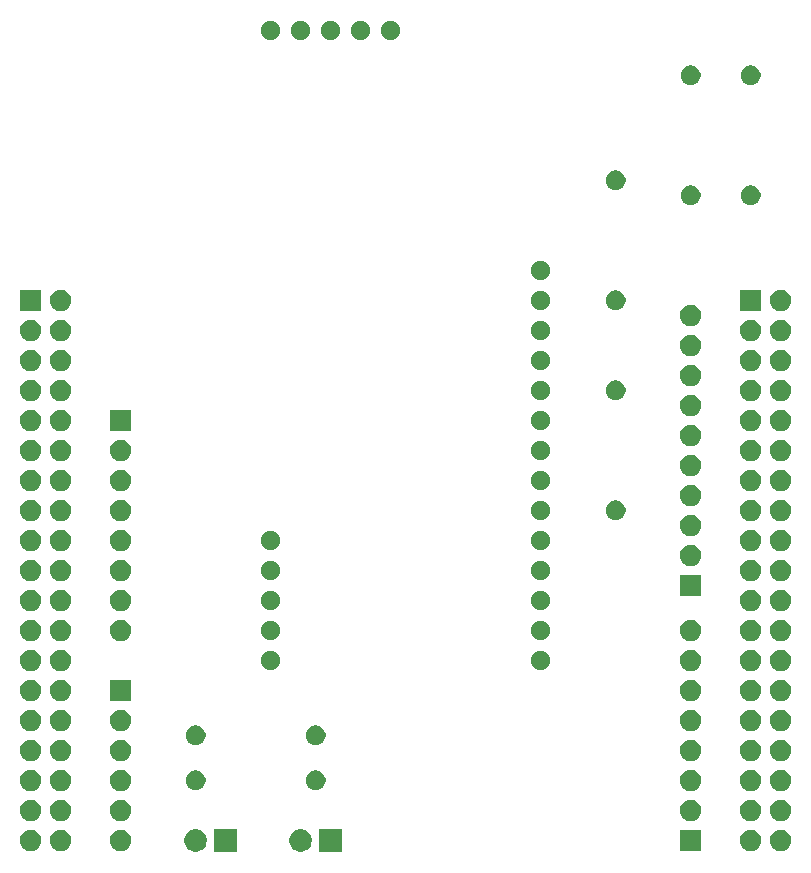
<source format=gts>
G04 #@! TF.GenerationSoftware,KiCad,Pcbnew,5.1.5-52549c5~84~ubuntu16.04.1*
G04 #@! TF.CreationDate,2020-03-12T09:16:23+09:00*
G04 #@! TF.ProjectId,Akashi-04,416b6173-6869-42d3-9034-2e6b69636164,rev?*
G04 #@! TF.SameCoordinates,Original*
G04 #@! TF.FileFunction,Soldermask,Top*
G04 #@! TF.FilePolarity,Negative*
%FSLAX46Y46*%
G04 Gerber Fmt 4.6, Leading zero omitted, Abs format (unit mm)*
G04 Created by KiCad (PCBNEW 5.1.5-52549c5~84~ubuntu16.04.1) date 2020-03-12 09:16:23*
%MOMM*%
%LPD*%
G04 APERTURE LIST*
%ADD10C,0.100000*%
G04 APERTURE END LIST*
D10*
G36*
X145731000Y-107631000D02*
G01*
X143829000Y-107631000D01*
X143829000Y-105729000D01*
X145731000Y-105729000D01*
X145731000Y-107631000D01*
G37*
G36*
X142517395Y-105765546D02*
G01*
X142690466Y-105837234D01*
X142690467Y-105837235D01*
X142846227Y-105941310D01*
X142978690Y-106073773D01*
X142978691Y-106073775D01*
X143082766Y-106229534D01*
X143154454Y-106402605D01*
X143191000Y-106586333D01*
X143191000Y-106773667D01*
X143154454Y-106957395D01*
X143082766Y-107130466D01*
X143082765Y-107130467D01*
X142978690Y-107286227D01*
X142846227Y-107418690D01*
X142767818Y-107471081D01*
X142690466Y-107522766D01*
X142517395Y-107594454D01*
X142333667Y-107631000D01*
X142146333Y-107631000D01*
X141962605Y-107594454D01*
X141789534Y-107522766D01*
X141712182Y-107471081D01*
X141633773Y-107418690D01*
X141501310Y-107286227D01*
X141397235Y-107130467D01*
X141397234Y-107130466D01*
X141325546Y-106957395D01*
X141289000Y-106773667D01*
X141289000Y-106586333D01*
X141325546Y-106402605D01*
X141397234Y-106229534D01*
X141501309Y-106073775D01*
X141501310Y-106073773D01*
X141633773Y-105941310D01*
X141789533Y-105837235D01*
X141789534Y-105837234D01*
X141962605Y-105765546D01*
X142146333Y-105729000D01*
X142333667Y-105729000D01*
X142517395Y-105765546D01*
G37*
G36*
X133627395Y-105765546D02*
G01*
X133800466Y-105837234D01*
X133800467Y-105837235D01*
X133956227Y-105941310D01*
X134088690Y-106073773D01*
X134088691Y-106073775D01*
X134192766Y-106229534D01*
X134264454Y-106402605D01*
X134301000Y-106586333D01*
X134301000Y-106773667D01*
X134264454Y-106957395D01*
X134192766Y-107130466D01*
X134192765Y-107130467D01*
X134088690Y-107286227D01*
X133956227Y-107418690D01*
X133877818Y-107471081D01*
X133800466Y-107522766D01*
X133627395Y-107594454D01*
X133443667Y-107631000D01*
X133256333Y-107631000D01*
X133072605Y-107594454D01*
X132899534Y-107522766D01*
X132822182Y-107471081D01*
X132743773Y-107418690D01*
X132611310Y-107286227D01*
X132507235Y-107130467D01*
X132507234Y-107130466D01*
X132435546Y-106957395D01*
X132399000Y-106773667D01*
X132399000Y-106586333D01*
X132435546Y-106402605D01*
X132507234Y-106229534D01*
X132611309Y-106073775D01*
X132611310Y-106073773D01*
X132743773Y-105941310D01*
X132899533Y-105837235D01*
X132899534Y-105837234D01*
X133072605Y-105765546D01*
X133256333Y-105729000D01*
X133443667Y-105729000D01*
X133627395Y-105765546D01*
G37*
G36*
X136841000Y-107631000D02*
G01*
X134939000Y-107631000D01*
X134939000Y-105729000D01*
X136841000Y-105729000D01*
X136841000Y-107631000D01*
G37*
G36*
X180453512Y-105783927D02*
G01*
X180602812Y-105813624D01*
X180766784Y-105881544D01*
X180914354Y-105980147D01*
X181039853Y-106105646D01*
X181138456Y-106253216D01*
X181206376Y-106417188D01*
X181241000Y-106591259D01*
X181241000Y-106768741D01*
X181206376Y-106942812D01*
X181138456Y-107106784D01*
X181039853Y-107254354D01*
X180914354Y-107379853D01*
X180766784Y-107478456D01*
X180602812Y-107546376D01*
X180453512Y-107576073D01*
X180428742Y-107581000D01*
X180251258Y-107581000D01*
X180226488Y-107576073D01*
X180077188Y-107546376D01*
X179913216Y-107478456D01*
X179765646Y-107379853D01*
X179640147Y-107254354D01*
X179541544Y-107106784D01*
X179473624Y-106942812D01*
X179439000Y-106768741D01*
X179439000Y-106591259D01*
X179473624Y-106417188D01*
X179541544Y-106253216D01*
X179640147Y-106105646D01*
X179765646Y-105980147D01*
X179913216Y-105881544D01*
X180077188Y-105813624D01*
X180226488Y-105783927D01*
X180251258Y-105779000D01*
X180428742Y-105779000D01*
X180453512Y-105783927D01*
G37*
G36*
X182993512Y-105783927D02*
G01*
X183142812Y-105813624D01*
X183306784Y-105881544D01*
X183454354Y-105980147D01*
X183579853Y-106105646D01*
X183678456Y-106253216D01*
X183746376Y-106417188D01*
X183781000Y-106591259D01*
X183781000Y-106768741D01*
X183746376Y-106942812D01*
X183678456Y-107106784D01*
X183579853Y-107254354D01*
X183454354Y-107379853D01*
X183306784Y-107478456D01*
X183142812Y-107546376D01*
X182993512Y-107576073D01*
X182968742Y-107581000D01*
X182791258Y-107581000D01*
X182766488Y-107576073D01*
X182617188Y-107546376D01*
X182453216Y-107478456D01*
X182305646Y-107379853D01*
X182180147Y-107254354D01*
X182081544Y-107106784D01*
X182013624Y-106942812D01*
X181979000Y-106768741D01*
X181979000Y-106591259D01*
X182013624Y-106417188D01*
X182081544Y-106253216D01*
X182180147Y-106105646D01*
X182305646Y-105980147D01*
X182453216Y-105881544D01*
X182617188Y-105813624D01*
X182766488Y-105783927D01*
X182791258Y-105779000D01*
X182968742Y-105779000D01*
X182993512Y-105783927D01*
G37*
G36*
X119493512Y-105783927D02*
G01*
X119642812Y-105813624D01*
X119806784Y-105881544D01*
X119954354Y-105980147D01*
X120079853Y-106105646D01*
X120178456Y-106253216D01*
X120246376Y-106417188D01*
X120281000Y-106591259D01*
X120281000Y-106768741D01*
X120246376Y-106942812D01*
X120178456Y-107106784D01*
X120079853Y-107254354D01*
X119954354Y-107379853D01*
X119806784Y-107478456D01*
X119642812Y-107546376D01*
X119493512Y-107576073D01*
X119468742Y-107581000D01*
X119291258Y-107581000D01*
X119266488Y-107576073D01*
X119117188Y-107546376D01*
X118953216Y-107478456D01*
X118805646Y-107379853D01*
X118680147Y-107254354D01*
X118581544Y-107106784D01*
X118513624Y-106942812D01*
X118479000Y-106768741D01*
X118479000Y-106591259D01*
X118513624Y-106417188D01*
X118581544Y-106253216D01*
X118680147Y-106105646D01*
X118805646Y-105980147D01*
X118953216Y-105881544D01*
X119117188Y-105813624D01*
X119266488Y-105783927D01*
X119291258Y-105779000D01*
X119468742Y-105779000D01*
X119493512Y-105783927D01*
G37*
G36*
X122033512Y-105783927D02*
G01*
X122182812Y-105813624D01*
X122346784Y-105881544D01*
X122494354Y-105980147D01*
X122619853Y-106105646D01*
X122718456Y-106253216D01*
X122786376Y-106417188D01*
X122821000Y-106591259D01*
X122821000Y-106768741D01*
X122786376Y-106942812D01*
X122718456Y-107106784D01*
X122619853Y-107254354D01*
X122494354Y-107379853D01*
X122346784Y-107478456D01*
X122182812Y-107546376D01*
X122033512Y-107576073D01*
X122008742Y-107581000D01*
X121831258Y-107581000D01*
X121806488Y-107576073D01*
X121657188Y-107546376D01*
X121493216Y-107478456D01*
X121345646Y-107379853D01*
X121220147Y-107254354D01*
X121121544Y-107106784D01*
X121053624Y-106942812D01*
X121019000Y-106768741D01*
X121019000Y-106591259D01*
X121053624Y-106417188D01*
X121121544Y-106253216D01*
X121220147Y-106105646D01*
X121345646Y-105980147D01*
X121493216Y-105881544D01*
X121657188Y-105813624D01*
X121806488Y-105783927D01*
X121831258Y-105779000D01*
X122008742Y-105779000D01*
X122033512Y-105783927D01*
G37*
G36*
X127113512Y-105783927D02*
G01*
X127262812Y-105813624D01*
X127426784Y-105881544D01*
X127574354Y-105980147D01*
X127699853Y-106105646D01*
X127798456Y-106253216D01*
X127866376Y-106417188D01*
X127901000Y-106591259D01*
X127901000Y-106768741D01*
X127866376Y-106942812D01*
X127798456Y-107106784D01*
X127699853Y-107254354D01*
X127574354Y-107379853D01*
X127426784Y-107478456D01*
X127262812Y-107546376D01*
X127113512Y-107576073D01*
X127088742Y-107581000D01*
X126911258Y-107581000D01*
X126886488Y-107576073D01*
X126737188Y-107546376D01*
X126573216Y-107478456D01*
X126425646Y-107379853D01*
X126300147Y-107254354D01*
X126201544Y-107106784D01*
X126133624Y-106942812D01*
X126099000Y-106768741D01*
X126099000Y-106591259D01*
X126133624Y-106417188D01*
X126201544Y-106253216D01*
X126300147Y-106105646D01*
X126425646Y-105980147D01*
X126573216Y-105881544D01*
X126737188Y-105813624D01*
X126886488Y-105783927D01*
X126911258Y-105779000D01*
X127088742Y-105779000D01*
X127113512Y-105783927D01*
G37*
G36*
X176161000Y-107581000D02*
G01*
X174359000Y-107581000D01*
X174359000Y-105779000D01*
X176161000Y-105779000D01*
X176161000Y-107581000D01*
G37*
G36*
X119493512Y-103243927D02*
G01*
X119642812Y-103273624D01*
X119806784Y-103341544D01*
X119954354Y-103440147D01*
X120079853Y-103565646D01*
X120178456Y-103713216D01*
X120246376Y-103877188D01*
X120281000Y-104051259D01*
X120281000Y-104228741D01*
X120246376Y-104402812D01*
X120178456Y-104566784D01*
X120079853Y-104714354D01*
X119954354Y-104839853D01*
X119806784Y-104938456D01*
X119642812Y-105006376D01*
X119493512Y-105036073D01*
X119468742Y-105041000D01*
X119291258Y-105041000D01*
X119266488Y-105036073D01*
X119117188Y-105006376D01*
X118953216Y-104938456D01*
X118805646Y-104839853D01*
X118680147Y-104714354D01*
X118581544Y-104566784D01*
X118513624Y-104402812D01*
X118479000Y-104228741D01*
X118479000Y-104051259D01*
X118513624Y-103877188D01*
X118581544Y-103713216D01*
X118680147Y-103565646D01*
X118805646Y-103440147D01*
X118953216Y-103341544D01*
X119117188Y-103273624D01*
X119266488Y-103243927D01*
X119291258Y-103239000D01*
X119468742Y-103239000D01*
X119493512Y-103243927D01*
G37*
G36*
X122033512Y-103243927D02*
G01*
X122182812Y-103273624D01*
X122346784Y-103341544D01*
X122494354Y-103440147D01*
X122619853Y-103565646D01*
X122718456Y-103713216D01*
X122786376Y-103877188D01*
X122821000Y-104051259D01*
X122821000Y-104228741D01*
X122786376Y-104402812D01*
X122718456Y-104566784D01*
X122619853Y-104714354D01*
X122494354Y-104839853D01*
X122346784Y-104938456D01*
X122182812Y-105006376D01*
X122033512Y-105036073D01*
X122008742Y-105041000D01*
X121831258Y-105041000D01*
X121806488Y-105036073D01*
X121657188Y-105006376D01*
X121493216Y-104938456D01*
X121345646Y-104839853D01*
X121220147Y-104714354D01*
X121121544Y-104566784D01*
X121053624Y-104402812D01*
X121019000Y-104228741D01*
X121019000Y-104051259D01*
X121053624Y-103877188D01*
X121121544Y-103713216D01*
X121220147Y-103565646D01*
X121345646Y-103440147D01*
X121493216Y-103341544D01*
X121657188Y-103273624D01*
X121806488Y-103243927D01*
X121831258Y-103239000D01*
X122008742Y-103239000D01*
X122033512Y-103243927D01*
G37*
G36*
X182993512Y-103243927D02*
G01*
X183142812Y-103273624D01*
X183306784Y-103341544D01*
X183454354Y-103440147D01*
X183579853Y-103565646D01*
X183678456Y-103713216D01*
X183746376Y-103877188D01*
X183781000Y-104051259D01*
X183781000Y-104228741D01*
X183746376Y-104402812D01*
X183678456Y-104566784D01*
X183579853Y-104714354D01*
X183454354Y-104839853D01*
X183306784Y-104938456D01*
X183142812Y-105006376D01*
X182993512Y-105036073D01*
X182968742Y-105041000D01*
X182791258Y-105041000D01*
X182766488Y-105036073D01*
X182617188Y-105006376D01*
X182453216Y-104938456D01*
X182305646Y-104839853D01*
X182180147Y-104714354D01*
X182081544Y-104566784D01*
X182013624Y-104402812D01*
X181979000Y-104228741D01*
X181979000Y-104051259D01*
X182013624Y-103877188D01*
X182081544Y-103713216D01*
X182180147Y-103565646D01*
X182305646Y-103440147D01*
X182453216Y-103341544D01*
X182617188Y-103273624D01*
X182766488Y-103243927D01*
X182791258Y-103239000D01*
X182968742Y-103239000D01*
X182993512Y-103243927D01*
G37*
G36*
X180453512Y-103243927D02*
G01*
X180602812Y-103273624D01*
X180766784Y-103341544D01*
X180914354Y-103440147D01*
X181039853Y-103565646D01*
X181138456Y-103713216D01*
X181206376Y-103877188D01*
X181241000Y-104051259D01*
X181241000Y-104228741D01*
X181206376Y-104402812D01*
X181138456Y-104566784D01*
X181039853Y-104714354D01*
X180914354Y-104839853D01*
X180766784Y-104938456D01*
X180602812Y-105006376D01*
X180453512Y-105036073D01*
X180428742Y-105041000D01*
X180251258Y-105041000D01*
X180226488Y-105036073D01*
X180077188Y-105006376D01*
X179913216Y-104938456D01*
X179765646Y-104839853D01*
X179640147Y-104714354D01*
X179541544Y-104566784D01*
X179473624Y-104402812D01*
X179439000Y-104228741D01*
X179439000Y-104051259D01*
X179473624Y-103877188D01*
X179541544Y-103713216D01*
X179640147Y-103565646D01*
X179765646Y-103440147D01*
X179913216Y-103341544D01*
X180077188Y-103273624D01*
X180226488Y-103243927D01*
X180251258Y-103239000D01*
X180428742Y-103239000D01*
X180453512Y-103243927D01*
G37*
G36*
X127113512Y-103243927D02*
G01*
X127262812Y-103273624D01*
X127426784Y-103341544D01*
X127574354Y-103440147D01*
X127699853Y-103565646D01*
X127798456Y-103713216D01*
X127866376Y-103877188D01*
X127901000Y-104051259D01*
X127901000Y-104228741D01*
X127866376Y-104402812D01*
X127798456Y-104566784D01*
X127699853Y-104714354D01*
X127574354Y-104839853D01*
X127426784Y-104938456D01*
X127262812Y-105006376D01*
X127113512Y-105036073D01*
X127088742Y-105041000D01*
X126911258Y-105041000D01*
X126886488Y-105036073D01*
X126737188Y-105006376D01*
X126573216Y-104938456D01*
X126425646Y-104839853D01*
X126300147Y-104714354D01*
X126201544Y-104566784D01*
X126133624Y-104402812D01*
X126099000Y-104228741D01*
X126099000Y-104051259D01*
X126133624Y-103877188D01*
X126201544Y-103713216D01*
X126300147Y-103565646D01*
X126425646Y-103440147D01*
X126573216Y-103341544D01*
X126737188Y-103273624D01*
X126886488Y-103243927D01*
X126911258Y-103239000D01*
X127088742Y-103239000D01*
X127113512Y-103243927D01*
G37*
G36*
X175373512Y-103243927D02*
G01*
X175522812Y-103273624D01*
X175686784Y-103341544D01*
X175834354Y-103440147D01*
X175959853Y-103565646D01*
X176058456Y-103713216D01*
X176126376Y-103877188D01*
X176161000Y-104051259D01*
X176161000Y-104228741D01*
X176126376Y-104402812D01*
X176058456Y-104566784D01*
X175959853Y-104714354D01*
X175834354Y-104839853D01*
X175686784Y-104938456D01*
X175522812Y-105006376D01*
X175373512Y-105036073D01*
X175348742Y-105041000D01*
X175171258Y-105041000D01*
X175146488Y-105036073D01*
X174997188Y-105006376D01*
X174833216Y-104938456D01*
X174685646Y-104839853D01*
X174560147Y-104714354D01*
X174461544Y-104566784D01*
X174393624Y-104402812D01*
X174359000Y-104228741D01*
X174359000Y-104051259D01*
X174393624Y-103877188D01*
X174461544Y-103713216D01*
X174560147Y-103565646D01*
X174685646Y-103440147D01*
X174833216Y-103341544D01*
X174997188Y-103273624D01*
X175146488Y-103243927D01*
X175171258Y-103239000D01*
X175348742Y-103239000D01*
X175373512Y-103243927D01*
G37*
G36*
X122033512Y-100703927D02*
G01*
X122182812Y-100733624D01*
X122346784Y-100801544D01*
X122494354Y-100900147D01*
X122619853Y-101025646D01*
X122718456Y-101173216D01*
X122786376Y-101337188D01*
X122821000Y-101511259D01*
X122821000Y-101688741D01*
X122786376Y-101862812D01*
X122718456Y-102026784D01*
X122619853Y-102174354D01*
X122494354Y-102299853D01*
X122346784Y-102398456D01*
X122182812Y-102466376D01*
X122033512Y-102496073D01*
X122008742Y-102501000D01*
X121831258Y-102501000D01*
X121806488Y-102496073D01*
X121657188Y-102466376D01*
X121493216Y-102398456D01*
X121345646Y-102299853D01*
X121220147Y-102174354D01*
X121121544Y-102026784D01*
X121053624Y-101862812D01*
X121019000Y-101688741D01*
X121019000Y-101511259D01*
X121053624Y-101337188D01*
X121121544Y-101173216D01*
X121220147Y-101025646D01*
X121345646Y-100900147D01*
X121493216Y-100801544D01*
X121657188Y-100733624D01*
X121806488Y-100703927D01*
X121831258Y-100699000D01*
X122008742Y-100699000D01*
X122033512Y-100703927D01*
G37*
G36*
X182993512Y-100703927D02*
G01*
X183142812Y-100733624D01*
X183306784Y-100801544D01*
X183454354Y-100900147D01*
X183579853Y-101025646D01*
X183678456Y-101173216D01*
X183746376Y-101337188D01*
X183781000Y-101511259D01*
X183781000Y-101688741D01*
X183746376Y-101862812D01*
X183678456Y-102026784D01*
X183579853Y-102174354D01*
X183454354Y-102299853D01*
X183306784Y-102398456D01*
X183142812Y-102466376D01*
X182993512Y-102496073D01*
X182968742Y-102501000D01*
X182791258Y-102501000D01*
X182766488Y-102496073D01*
X182617188Y-102466376D01*
X182453216Y-102398456D01*
X182305646Y-102299853D01*
X182180147Y-102174354D01*
X182081544Y-102026784D01*
X182013624Y-101862812D01*
X181979000Y-101688741D01*
X181979000Y-101511259D01*
X182013624Y-101337188D01*
X182081544Y-101173216D01*
X182180147Y-101025646D01*
X182305646Y-100900147D01*
X182453216Y-100801544D01*
X182617188Y-100733624D01*
X182766488Y-100703927D01*
X182791258Y-100699000D01*
X182968742Y-100699000D01*
X182993512Y-100703927D01*
G37*
G36*
X180453512Y-100703927D02*
G01*
X180602812Y-100733624D01*
X180766784Y-100801544D01*
X180914354Y-100900147D01*
X181039853Y-101025646D01*
X181138456Y-101173216D01*
X181206376Y-101337188D01*
X181241000Y-101511259D01*
X181241000Y-101688741D01*
X181206376Y-101862812D01*
X181138456Y-102026784D01*
X181039853Y-102174354D01*
X180914354Y-102299853D01*
X180766784Y-102398456D01*
X180602812Y-102466376D01*
X180453512Y-102496073D01*
X180428742Y-102501000D01*
X180251258Y-102501000D01*
X180226488Y-102496073D01*
X180077188Y-102466376D01*
X179913216Y-102398456D01*
X179765646Y-102299853D01*
X179640147Y-102174354D01*
X179541544Y-102026784D01*
X179473624Y-101862812D01*
X179439000Y-101688741D01*
X179439000Y-101511259D01*
X179473624Y-101337188D01*
X179541544Y-101173216D01*
X179640147Y-101025646D01*
X179765646Y-100900147D01*
X179913216Y-100801544D01*
X180077188Y-100733624D01*
X180226488Y-100703927D01*
X180251258Y-100699000D01*
X180428742Y-100699000D01*
X180453512Y-100703927D01*
G37*
G36*
X175373512Y-100703927D02*
G01*
X175522812Y-100733624D01*
X175686784Y-100801544D01*
X175834354Y-100900147D01*
X175959853Y-101025646D01*
X176058456Y-101173216D01*
X176126376Y-101337188D01*
X176161000Y-101511259D01*
X176161000Y-101688741D01*
X176126376Y-101862812D01*
X176058456Y-102026784D01*
X175959853Y-102174354D01*
X175834354Y-102299853D01*
X175686784Y-102398456D01*
X175522812Y-102466376D01*
X175373512Y-102496073D01*
X175348742Y-102501000D01*
X175171258Y-102501000D01*
X175146488Y-102496073D01*
X174997188Y-102466376D01*
X174833216Y-102398456D01*
X174685646Y-102299853D01*
X174560147Y-102174354D01*
X174461544Y-102026784D01*
X174393624Y-101862812D01*
X174359000Y-101688741D01*
X174359000Y-101511259D01*
X174393624Y-101337188D01*
X174461544Y-101173216D01*
X174560147Y-101025646D01*
X174685646Y-100900147D01*
X174833216Y-100801544D01*
X174997188Y-100733624D01*
X175146488Y-100703927D01*
X175171258Y-100699000D01*
X175348742Y-100699000D01*
X175373512Y-100703927D01*
G37*
G36*
X127113512Y-100703927D02*
G01*
X127262812Y-100733624D01*
X127426784Y-100801544D01*
X127574354Y-100900147D01*
X127699853Y-101025646D01*
X127798456Y-101173216D01*
X127866376Y-101337188D01*
X127901000Y-101511259D01*
X127901000Y-101688741D01*
X127866376Y-101862812D01*
X127798456Y-102026784D01*
X127699853Y-102174354D01*
X127574354Y-102299853D01*
X127426784Y-102398456D01*
X127262812Y-102466376D01*
X127113512Y-102496073D01*
X127088742Y-102501000D01*
X126911258Y-102501000D01*
X126886488Y-102496073D01*
X126737188Y-102466376D01*
X126573216Y-102398456D01*
X126425646Y-102299853D01*
X126300147Y-102174354D01*
X126201544Y-102026784D01*
X126133624Y-101862812D01*
X126099000Y-101688741D01*
X126099000Y-101511259D01*
X126133624Y-101337188D01*
X126201544Y-101173216D01*
X126300147Y-101025646D01*
X126425646Y-100900147D01*
X126573216Y-100801544D01*
X126737188Y-100733624D01*
X126886488Y-100703927D01*
X126911258Y-100699000D01*
X127088742Y-100699000D01*
X127113512Y-100703927D01*
G37*
G36*
X119493512Y-100703927D02*
G01*
X119642812Y-100733624D01*
X119806784Y-100801544D01*
X119954354Y-100900147D01*
X120079853Y-101025646D01*
X120178456Y-101173216D01*
X120246376Y-101337188D01*
X120281000Y-101511259D01*
X120281000Y-101688741D01*
X120246376Y-101862812D01*
X120178456Y-102026784D01*
X120079853Y-102174354D01*
X119954354Y-102299853D01*
X119806784Y-102398456D01*
X119642812Y-102466376D01*
X119493512Y-102496073D01*
X119468742Y-102501000D01*
X119291258Y-102501000D01*
X119266488Y-102496073D01*
X119117188Y-102466376D01*
X118953216Y-102398456D01*
X118805646Y-102299853D01*
X118680147Y-102174354D01*
X118581544Y-102026784D01*
X118513624Y-101862812D01*
X118479000Y-101688741D01*
X118479000Y-101511259D01*
X118513624Y-101337188D01*
X118581544Y-101173216D01*
X118680147Y-101025646D01*
X118805646Y-100900147D01*
X118953216Y-100801544D01*
X119117188Y-100733624D01*
X119266488Y-100703927D01*
X119291258Y-100699000D01*
X119468742Y-100699000D01*
X119493512Y-100703927D01*
G37*
G36*
X133598228Y-100781703D02*
G01*
X133753100Y-100845853D01*
X133892481Y-100938985D01*
X134011015Y-101057519D01*
X134104147Y-101196900D01*
X134168297Y-101351772D01*
X134201000Y-101516184D01*
X134201000Y-101683816D01*
X134168297Y-101848228D01*
X134104147Y-102003100D01*
X134011015Y-102142481D01*
X133892481Y-102261015D01*
X133753100Y-102354147D01*
X133598228Y-102418297D01*
X133433816Y-102451000D01*
X133266184Y-102451000D01*
X133101772Y-102418297D01*
X132946900Y-102354147D01*
X132807519Y-102261015D01*
X132688985Y-102142481D01*
X132595853Y-102003100D01*
X132531703Y-101848228D01*
X132499000Y-101683816D01*
X132499000Y-101516184D01*
X132531703Y-101351772D01*
X132595853Y-101196900D01*
X132688985Y-101057519D01*
X132807519Y-100938985D01*
X132946900Y-100845853D01*
X133101772Y-100781703D01*
X133266184Y-100749000D01*
X133433816Y-100749000D01*
X133598228Y-100781703D01*
G37*
G36*
X143758228Y-100781703D02*
G01*
X143913100Y-100845853D01*
X144052481Y-100938985D01*
X144171015Y-101057519D01*
X144264147Y-101196900D01*
X144328297Y-101351772D01*
X144361000Y-101516184D01*
X144361000Y-101683816D01*
X144328297Y-101848228D01*
X144264147Y-102003100D01*
X144171015Y-102142481D01*
X144052481Y-102261015D01*
X143913100Y-102354147D01*
X143758228Y-102418297D01*
X143593816Y-102451000D01*
X143426184Y-102451000D01*
X143261772Y-102418297D01*
X143106900Y-102354147D01*
X142967519Y-102261015D01*
X142848985Y-102142481D01*
X142755853Y-102003100D01*
X142691703Y-101848228D01*
X142659000Y-101683816D01*
X142659000Y-101516184D01*
X142691703Y-101351772D01*
X142755853Y-101196900D01*
X142848985Y-101057519D01*
X142967519Y-100938985D01*
X143106900Y-100845853D01*
X143261772Y-100781703D01*
X143426184Y-100749000D01*
X143593816Y-100749000D01*
X143758228Y-100781703D01*
G37*
G36*
X180453512Y-98163927D02*
G01*
X180602812Y-98193624D01*
X180766784Y-98261544D01*
X180914354Y-98360147D01*
X181039853Y-98485646D01*
X181138456Y-98633216D01*
X181206376Y-98797188D01*
X181241000Y-98971259D01*
X181241000Y-99148741D01*
X181206376Y-99322812D01*
X181138456Y-99486784D01*
X181039853Y-99634354D01*
X180914354Y-99759853D01*
X180766784Y-99858456D01*
X180602812Y-99926376D01*
X180453512Y-99956073D01*
X180428742Y-99961000D01*
X180251258Y-99961000D01*
X180226488Y-99956073D01*
X180077188Y-99926376D01*
X179913216Y-99858456D01*
X179765646Y-99759853D01*
X179640147Y-99634354D01*
X179541544Y-99486784D01*
X179473624Y-99322812D01*
X179439000Y-99148741D01*
X179439000Y-98971259D01*
X179473624Y-98797188D01*
X179541544Y-98633216D01*
X179640147Y-98485646D01*
X179765646Y-98360147D01*
X179913216Y-98261544D01*
X180077188Y-98193624D01*
X180226488Y-98163927D01*
X180251258Y-98159000D01*
X180428742Y-98159000D01*
X180453512Y-98163927D01*
G37*
G36*
X175373512Y-98163927D02*
G01*
X175522812Y-98193624D01*
X175686784Y-98261544D01*
X175834354Y-98360147D01*
X175959853Y-98485646D01*
X176058456Y-98633216D01*
X176126376Y-98797188D01*
X176161000Y-98971259D01*
X176161000Y-99148741D01*
X176126376Y-99322812D01*
X176058456Y-99486784D01*
X175959853Y-99634354D01*
X175834354Y-99759853D01*
X175686784Y-99858456D01*
X175522812Y-99926376D01*
X175373512Y-99956073D01*
X175348742Y-99961000D01*
X175171258Y-99961000D01*
X175146488Y-99956073D01*
X174997188Y-99926376D01*
X174833216Y-99858456D01*
X174685646Y-99759853D01*
X174560147Y-99634354D01*
X174461544Y-99486784D01*
X174393624Y-99322812D01*
X174359000Y-99148741D01*
X174359000Y-98971259D01*
X174393624Y-98797188D01*
X174461544Y-98633216D01*
X174560147Y-98485646D01*
X174685646Y-98360147D01*
X174833216Y-98261544D01*
X174997188Y-98193624D01*
X175146488Y-98163927D01*
X175171258Y-98159000D01*
X175348742Y-98159000D01*
X175373512Y-98163927D01*
G37*
G36*
X119493512Y-98163927D02*
G01*
X119642812Y-98193624D01*
X119806784Y-98261544D01*
X119954354Y-98360147D01*
X120079853Y-98485646D01*
X120178456Y-98633216D01*
X120246376Y-98797188D01*
X120281000Y-98971259D01*
X120281000Y-99148741D01*
X120246376Y-99322812D01*
X120178456Y-99486784D01*
X120079853Y-99634354D01*
X119954354Y-99759853D01*
X119806784Y-99858456D01*
X119642812Y-99926376D01*
X119493512Y-99956073D01*
X119468742Y-99961000D01*
X119291258Y-99961000D01*
X119266488Y-99956073D01*
X119117188Y-99926376D01*
X118953216Y-99858456D01*
X118805646Y-99759853D01*
X118680147Y-99634354D01*
X118581544Y-99486784D01*
X118513624Y-99322812D01*
X118479000Y-99148741D01*
X118479000Y-98971259D01*
X118513624Y-98797188D01*
X118581544Y-98633216D01*
X118680147Y-98485646D01*
X118805646Y-98360147D01*
X118953216Y-98261544D01*
X119117188Y-98193624D01*
X119266488Y-98163927D01*
X119291258Y-98159000D01*
X119468742Y-98159000D01*
X119493512Y-98163927D01*
G37*
G36*
X122033512Y-98163927D02*
G01*
X122182812Y-98193624D01*
X122346784Y-98261544D01*
X122494354Y-98360147D01*
X122619853Y-98485646D01*
X122718456Y-98633216D01*
X122786376Y-98797188D01*
X122821000Y-98971259D01*
X122821000Y-99148741D01*
X122786376Y-99322812D01*
X122718456Y-99486784D01*
X122619853Y-99634354D01*
X122494354Y-99759853D01*
X122346784Y-99858456D01*
X122182812Y-99926376D01*
X122033512Y-99956073D01*
X122008742Y-99961000D01*
X121831258Y-99961000D01*
X121806488Y-99956073D01*
X121657188Y-99926376D01*
X121493216Y-99858456D01*
X121345646Y-99759853D01*
X121220147Y-99634354D01*
X121121544Y-99486784D01*
X121053624Y-99322812D01*
X121019000Y-99148741D01*
X121019000Y-98971259D01*
X121053624Y-98797188D01*
X121121544Y-98633216D01*
X121220147Y-98485646D01*
X121345646Y-98360147D01*
X121493216Y-98261544D01*
X121657188Y-98193624D01*
X121806488Y-98163927D01*
X121831258Y-98159000D01*
X122008742Y-98159000D01*
X122033512Y-98163927D01*
G37*
G36*
X127113512Y-98163927D02*
G01*
X127262812Y-98193624D01*
X127426784Y-98261544D01*
X127574354Y-98360147D01*
X127699853Y-98485646D01*
X127798456Y-98633216D01*
X127866376Y-98797188D01*
X127901000Y-98971259D01*
X127901000Y-99148741D01*
X127866376Y-99322812D01*
X127798456Y-99486784D01*
X127699853Y-99634354D01*
X127574354Y-99759853D01*
X127426784Y-99858456D01*
X127262812Y-99926376D01*
X127113512Y-99956073D01*
X127088742Y-99961000D01*
X126911258Y-99961000D01*
X126886488Y-99956073D01*
X126737188Y-99926376D01*
X126573216Y-99858456D01*
X126425646Y-99759853D01*
X126300147Y-99634354D01*
X126201544Y-99486784D01*
X126133624Y-99322812D01*
X126099000Y-99148741D01*
X126099000Y-98971259D01*
X126133624Y-98797188D01*
X126201544Y-98633216D01*
X126300147Y-98485646D01*
X126425646Y-98360147D01*
X126573216Y-98261544D01*
X126737188Y-98193624D01*
X126886488Y-98163927D01*
X126911258Y-98159000D01*
X127088742Y-98159000D01*
X127113512Y-98163927D01*
G37*
G36*
X182993512Y-98163927D02*
G01*
X183142812Y-98193624D01*
X183306784Y-98261544D01*
X183454354Y-98360147D01*
X183579853Y-98485646D01*
X183678456Y-98633216D01*
X183746376Y-98797188D01*
X183781000Y-98971259D01*
X183781000Y-99148741D01*
X183746376Y-99322812D01*
X183678456Y-99486784D01*
X183579853Y-99634354D01*
X183454354Y-99759853D01*
X183306784Y-99858456D01*
X183142812Y-99926376D01*
X182993512Y-99956073D01*
X182968742Y-99961000D01*
X182791258Y-99961000D01*
X182766488Y-99956073D01*
X182617188Y-99926376D01*
X182453216Y-99858456D01*
X182305646Y-99759853D01*
X182180147Y-99634354D01*
X182081544Y-99486784D01*
X182013624Y-99322812D01*
X181979000Y-99148741D01*
X181979000Y-98971259D01*
X182013624Y-98797188D01*
X182081544Y-98633216D01*
X182180147Y-98485646D01*
X182305646Y-98360147D01*
X182453216Y-98261544D01*
X182617188Y-98193624D01*
X182766488Y-98163927D01*
X182791258Y-98159000D01*
X182968742Y-98159000D01*
X182993512Y-98163927D01*
G37*
G36*
X133598228Y-96971703D02*
G01*
X133753100Y-97035853D01*
X133892481Y-97128985D01*
X134011015Y-97247519D01*
X134104147Y-97386900D01*
X134168297Y-97541772D01*
X134201000Y-97706184D01*
X134201000Y-97873816D01*
X134168297Y-98038228D01*
X134104147Y-98193100D01*
X134011015Y-98332481D01*
X133892481Y-98451015D01*
X133753100Y-98544147D01*
X133598228Y-98608297D01*
X133433816Y-98641000D01*
X133266184Y-98641000D01*
X133101772Y-98608297D01*
X132946900Y-98544147D01*
X132807519Y-98451015D01*
X132688985Y-98332481D01*
X132595853Y-98193100D01*
X132531703Y-98038228D01*
X132499000Y-97873816D01*
X132499000Y-97706184D01*
X132531703Y-97541772D01*
X132595853Y-97386900D01*
X132688985Y-97247519D01*
X132807519Y-97128985D01*
X132946900Y-97035853D01*
X133101772Y-96971703D01*
X133266184Y-96939000D01*
X133433816Y-96939000D01*
X133598228Y-96971703D01*
G37*
G36*
X143758228Y-96971703D02*
G01*
X143913100Y-97035853D01*
X144052481Y-97128985D01*
X144171015Y-97247519D01*
X144264147Y-97386900D01*
X144328297Y-97541772D01*
X144361000Y-97706184D01*
X144361000Y-97873816D01*
X144328297Y-98038228D01*
X144264147Y-98193100D01*
X144171015Y-98332481D01*
X144052481Y-98451015D01*
X143913100Y-98544147D01*
X143758228Y-98608297D01*
X143593816Y-98641000D01*
X143426184Y-98641000D01*
X143261772Y-98608297D01*
X143106900Y-98544147D01*
X142967519Y-98451015D01*
X142848985Y-98332481D01*
X142755853Y-98193100D01*
X142691703Y-98038228D01*
X142659000Y-97873816D01*
X142659000Y-97706184D01*
X142691703Y-97541772D01*
X142755853Y-97386900D01*
X142848985Y-97247519D01*
X142967519Y-97128985D01*
X143106900Y-97035853D01*
X143261772Y-96971703D01*
X143426184Y-96939000D01*
X143593816Y-96939000D01*
X143758228Y-96971703D01*
G37*
G36*
X175373512Y-95623927D02*
G01*
X175522812Y-95653624D01*
X175686784Y-95721544D01*
X175834354Y-95820147D01*
X175959853Y-95945646D01*
X176058456Y-96093216D01*
X176126376Y-96257188D01*
X176161000Y-96431259D01*
X176161000Y-96608741D01*
X176126376Y-96782812D01*
X176058456Y-96946784D01*
X175959853Y-97094354D01*
X175834354Y-97219853D01*
X175686784Y-97318456D01*
X175522812Y-97386376D01*
X175373512Y-97416073D01*
X175348742Y-97421000D01*
X175171258Y-97421000D01*
X175146488Y-97416073D01*
X174997188Y-97386376D01*
X174833216Y-97318456D01*
X174685646Y-97219853D01*
X174560147Y-97094354D01*
X174461544Y-96946784D01*
X174393624Y-96782812D01*
X174359000Y-96608741D01*
X174359000Y-96431259D01*
X174393624Y-96257188D01*
X174461544Y-96093216D01*
X174560147Y-95945646D01*
X174685646Y-95820147D01*
X174833216Y-95721544D01*
X174997188Y-95653624D01*
X175146488Y-95623927D01*
X175171258Y-95619000D01*
X175348742Y-95619000D01*
X175373512Y-95623927D01*
G37*
G36*
X119493512Y-95623927D02*
G01*
X119642812Y-95653624D01*
X119806784Y-95721544D01*
X119954354Y-95820147D01*
X120079853Y-95945646D01*
X120178456Y-96093216D01*
X120246376Y-96257188D01*
X120281000Y-96431259D01*
X120281000Y-96608741D01*
X120246376Y-96782812D01*
X120178456Y-96946784D01*
X120079853Y-97094354D01*
X119954354Y-97219853D01*
X119806784Y-97318456D01*
X119642812Y-97386376D01*
X119493512Y-97416073D01*
X119468742Y-97421000D01*
X119291258Y-97421000D01*
X119266488Y-97416073D01*
X119117188Y-97386376D01*
X118953216Y-97318456D01*
X118805646Y-97219853D01*
X118680147Y-97094354D01*
X118581544Y-96946784D01*
X118513624Y-96782812D01*
X118479000Y-96608741D01*
X118479000Y-96431259D01*
X118513624Y-96257188D01*
X118581544Y-96093216D01*
X118680147Y-95945646D01*
X118805646Y-95820147D01*
X118953216Y-95721544D01*
X119117188Y-95653624D01*
X119266488Y-95623927D01*
X119291258Y-95619000D01*
X119468742Y-95619000D01*
X119493512Y-95623927D01*
G37*
G36*
X182993512Y-95623927D02*
G01*
X183142812Y-95653624D01*
X183306784Y-95721544D01*
X183454354Y-95820147D01*
X183579853Y-95945646D01*
X183678456Y-96093216D01*
X183746376Y-96257188D01*
X183781000Y-96431259D01*
X183781000Y-96608741D01*
X183746376Y-96782812D01*
X183678456Y-96946784D01*
X183579853Y-97094354D01*
X183454354Y-97219853D01*
X183306784Y-97318456D01*
X183142812Y-97386376D01*
X182993512Y-97416073D01*
X182968742Y-97421000D01*
X182791258Y-97421000D01*
X182766488Y-97416073D01*
X182617188Y-97386376D01*
X182453216Y-97318456D01*
X182305646Y-97219853D01*
X182180147Y-97094354D01*
X182081544Y-96946784D01*
X182013624Y-96782812D01*
X181979000Y-96608741D01*
X181979000Y-96431259D01*
X182013624Y-96257188D01*
X182081544Y-96093216D01*
X182180147Y-95945646D01*
X182305646Y-95820147D01*
X182453216Y-95721544D01*
X182617188Y-95653624D01*
X182766488Y-95623927D01*
X182791258Y-95619000D01*
X182968742Y-95619000D01*
X182993512Y-95623927D01*
G37*
G36*
X122033512Y-95623927D02*
G01*
X122182812Y-95653624D01*
X122346784Y-95721544D01*
X122494354Y-95820147D01*
X122619853Y-95945646D01*
X122718456Y-96093216D01*
X122786376Y-96257188D01*
X122821000Y-96431259D01*
X122821000Y-96608741D01*
X122786376Y-96782812D01*
X122718456Y-96946784D01*
X122619853Y-97094354D01*
X122494354Y-97219853D01*
X122346784Y-97318456D01*
X122182812Y-97386376D01*
X122033512Y-97416073D01*
X122008742Y-97421000D01*
X121831258Y-97421000D01*
X121806488Y-97416073D01*
X121657188Y-97386376D01*
X121493216Y-97318456D01*
X121345646Y-97219853D01*
X121220147Y-97094354D01*
X121121544Y-96946784D01*
X121053624Y-96782812D01*
X121019000Y-96608741D01*
X121019000Y-96431259D01*
X121053624Y-96257188D01*
X121121544Y-96093216D01*
X121220147Y-95945646D01*
X121345646Y-95820147D01*
X121493216Y-95721544D01*
X121657188Y-95653624D01*
X121806488Y-95623927D01*
X121831258Y-95619000D01*
X122008742Y-95619000D01*
X122033512Y-95623927D01*
G37*
G36*
X180453512Y-95623927D02*
G01*
X180602812Y-95653624D01*
X180766784Y-95721544D01*
X180914354Y-95820147D01*
X181039853Y-95945646D01*
X181138456Y-96093216D01*
X181206376Y-96257188D01*
X181241000Y-96431259D01*
X181241000Y-96608741D01*
X181206376Y-96782812D01*
X181138456Y-96946784D01*
X181039853Y-97094354D01*
X180914354Y-97219853D01*
X180766784Y-97318456D01*
X180602812Y-97386376D01*
X180453512Y-97416073D01*
X180428742Y-97421000D01*
X180251258Y-97421000D01*
X180226488Y-97416073D01*
X180077188Y-97386376D01*
X179913216Y-97318456D01*
X179765646Y-97219853D01*
X179640147Y-97094354D01*
X179541544Y-96946784D01*
X179473624Y-96782812D01*
X179439000Y-96608741D01*
X179439000Y-96431259D01*
X179473624Y-96257188D01*
X179541544Y-96093216D01*
X179640147Y-95945646D01*
X179765646Y-95820147D01*
X179913216Y-95721544D01*
X180077188Y-95653624D01*
X180226488Y-95623927D01*
X180251258Y-95619000D01*
X180428742Y-95619000D01*
X180453512Y-95623927D01*
G37*
G36*
X127113512Y-95623927D02*
G01*
X127262812Y-95653624D01*
X127426784Y-95721544D01*
X127574354Y-95820147D01*
X127699853Y-95945646D01*
X127798456Y-96093216D01*
X127866376Y-96257188D01*
X127901000Y-96431259D01*
X127901000Y-96608741D01*
X127866376Y-96782812D01*
X127798456Y-96946784D01*
X127699853Y-97094354D01*
X127574354Y-97219853D01*
X127426784Y-97318456D01*
X127262812Y-97386376D01*
X127113512Y-97416073D01*
X127088742Y-97421000D01*
X126911258Y-97421000D01*
X126886488Y-97416073D01*
X126737188Y-97386376D01*
X126573216Y-97318456D01*
X126425646Y-97219853D01*
X126300147Y-97094354D01*
X126201544Y-96946784D01*
X126133624Y-96782812D01*
X126099000Y-96608741D01*
X126099000Y-96431259D01*
X126133624Y-96257188D01*
X126201544Y-96093216D01*
X126300147Y-95945646D01*
X126425646Y-95820147D01*
X126573216Y-95721544D01*
X126737188Y-95653624D01*
X126886488Y-95623927D01*
X126911258Y-95619000D01*
X127088742Y-95619000D01*
X127113512Y-95623927D01*
G37*
G36*
X119493512Y-93083927D02*
G01*
X119642812Y-93113624D01*
X119806784Y-93181544D01*
X119954354Y-93280147D01*
X120079853Y-93405646D01*
X120178456Y-93553216D01*
X120246376Y-93717188D01*
X120281000Y-93891259D01*
X120281000Y-94068741D01*
X120246376Y-94242812D01*
X120178456Y-94406784D01*
X120079853Y-94554354D01*
X119954354Y-94679853D01*
X119806784Y-94778456D01*
X119642812Y-94846376D01*
X119493512Y-94876073D01*
X119468742Y-94881000D01*
X119291258Y-94881000D01*
X119266488Y-94876073D01*
X119117188Y-94846376D01*
X118953216Y-94778456D01*
X118805646Y-94679853D01*
X118680147Y-94554354D01*
X118581544Y-94406784D01*
X118513624Y-94242812D01*
X118479000Y-94068741D01*
X118479000Y-93891259D01*
X118513624Y-93717188D01*
X118581544Y-93553216D01*
X118680147Y-93405646D01*
X118805646Y-93280147D01*
X118953216Y-93181544D01*
X119117188Y-93113624D01*
X119266488Y-93083927D01*
X119291258Y-93079000D01*
X119468742Y-93079000D01*
X119493512Y-93083927D01*
G37*
G36*
X182993512Y-93083927D02*
G01*
X183142812Y-93113624D01*
X183306784Y-93181544D01*
X183454354Y-93280147D01*
X183579853Y-93405646D01*
X183678456Y-93553216D01*
X183746376Y-93717188D01*
X183781000Y-93891259D01*
X183781000Y-94068741D01*
X183746376Y-94242812D01*
X183678456Y-94406784D01*
X183579853Y-94554354D01*
X183454354Y-94679853D01*
X183306784Y-94778456D01*
X183142812Y-94846376D01*
X182993512Y-94876073D01*
X182968742Y-94881000D01*
X182791258Y-94881000D01*
X182766488Y-94876073D01*
X182617188Y-94846376D01*
X182453216Y-94778456D01*
X182305646Y-94679853D01*
X182180147Y-94554354D01*
X182081544Y-94406784D01*
X182013624Y-94242812D01*
X181979000Y-94068741D01*
X181979000Y-93891259D01*
X182013624Y-93717188D01*
X182081544Y-93553216D01*
X182180147Y-93405646D01*
X182305646Y-93280147D01*
X182453216Y-93181544D01*
X182617188Y-93113624D01*
X182766488Y-93083927D01*
X182791258Y-93079000D01*
X182968742Y-93079000D01*
X182993512Y-93083927D01*
G37*
G36*
X127901000Y-94881000D02*
G01*
X126099000Y-94881000D01*
X126099000Y-93079000D01*
X127901000Y-93079000D01*
X127901000Y-94881000D01*
G37*
G36*
X180453512Y-93083927D02*
G01*
X180602812Y-93113624D01*
X180766784Y-93181544D01*
X180914354Y-93280147D01*
X181039853Y-93405646D01*
X181138456Y-93553216D01*
X181206376Y-93717188D01*
X181241000Y-93891259D01*
X181241000Y-94068741D01*
X181206376Y-94242812D01*
X181138456Y-94406784D01*
X181039853Y-94554354D01*
X180914354Y-94679853D01*
X180766784Y-94778456D01*
X180602812Y-94846376D01*
X180453512Y-94876073D01*
X180428742Y-94881000D01*
X180251258Y-94881000D01*
X180226488Y-94876073D01*
X180077188Y-94846376D01*
X179913216Y-94778456D01*
X179765646Y-94679853D01*
X179640147Y-94554354D01*
X179541544Y-94406784D01*
X179473624Y-94242812D01*
X179439000Y-94068741D01*
X179439000Y-93891259D01*
X179473624Y-93717188D01*
X179541544Y-93553216D01*
X179640147Y-93405646D01*
X179765646Y-93280147D01*
X179913216Y-93181544D01*
X180077188Y-93113624D01*
X180226488Y-93083927D01*
X180251258Y-93079000D01*
X180428742Y-93079000D01*
X180453512Y-93083927D01*
G37*
G36*
X175373512Y-93083927D02*
G01*
X175522812Y-93113624D01*
X175686784Y-93181544D01*
X175834354Y-93280147D01*
X175959853Y-93405646D01*
X176058456Y-93553216D01*
X176126376Y-93717188D01*
X176161000Y-93891259D01*
X176161000Y-94068741D01*
X176126376Y-94242812D01*
X176058456Y-94406784D01*
X175959853Y-94554354D01*
X175834354Y-94679853D01*
X175686784Y-94778456D01*
X175522812Y-94846376D01*
X175373512Y-94876073D01*
X175348742Y-94881000D01*
X175171258Y-94881000D01*
X175146488Y-94876073D01*
X174997188Y-94846376D01*
X174833216Y-94778456D01*
X174685646Y-94679853D01*
X174560147Y-94554354D01*
X174461544Y-94406784D01*
X174393624Y-94242812D01*
X174359000Y-94068741D01*
X174359000Y-93891259D01*
X174393624Y-93717188D01*
X174461544Y-93553216D01*
X174560147Y-93405646D01*
X174685646Y-93280147D01*
X174833216Y-93181544D01*
X174997188Y-93113624D01*
X175146488Y-93083927D01*
X175171258Y-93079000D01*
X175348742Y-93079000D01*
X175373512Y-93083927D01*
G37*
G36*
X122033512Y-93083927D02*
G01*
X122182812Y-93113624D01*
X122346784Y-93181544D01*
X122494354Y-93280147D01*
X122619853Y-93405646D01*
X122718456Y-93553216D01*
X122786376Y-93717188D01*
X122821000Y-93891259D01*
X122821000Y-94068741D01*
X122786376Y-94242812D01*
X122718456Y-94406784D01*
X122619853Y-94554354D01*
X122494354Y-94679853D01*
X122346784Y-94778456D01*
X122182812Y-94846376D01*
X122033512Y-94876073D01*
X122008742Y-94881000D01*
X121831258Y-94881000D01*
X121806488Y-94876073D01*
X121657188Y-94846376D01*
X121493216Y-94778456D01*
X121345646Y-94679853D01*
X121220147Y-94554354D01*
X121121544Y-94406784D01*
X121053624Y-94242812D01*
X121019000Y-94068741D01*
X121019000Y-93891259D01*
X121053624Y-93717188D01*
X121121544Y-93553216D01*
X121220147Y-93405646D01*
X121345646Y-93280147D01*
X121493216Y-93181544D01*
X121657188Y-93113624D01*
X121806488Y-93083927D01*
X121831258Y-93079000D01*
X122008742Y-93079000D01*
X122033512Y-93083927D01*
G37*
G36*
X182993512Y-90543927D02*
G01*
X183142812Y-90573624D01*
X183306784Y-90641544D01*
X183454354Y-90740147D01*
X183579853Y-90865646D01*
X183678456Y-91013216D01*
X183746376Y-91177188D01*
X183781000Y-91351259D01*
X183781000Y-91528741D01*
X183746376Y-91702812D01*
X183678456Y-91866784D01*
X183579853Y-92014354D01*
X183454354Y-92139853D01*
X183306784Y-92238456D01*
X183142812Y-92306376D01*
X182993512Y-92336073D01*
X182968742Y-92341000D01*
X182791258Y-92341000D01*
X182766488Y-92336073D01*
X182617188Y-92306376D01*
X182453216Y-92238456D01*
X182305646Y-92139853D01*
X182180147Y-92014354D01*
X182081544Y-91866784D01*
X182013624Y-91702812D01*
X181979000Y-91528741D01*
X181979000Y-91351259D01*
X182013624Y-91177188D01*
X182081544Y-91013216D01*
X182180147Y-90865646D01*
X182305646Y-90740147D01*
X182453216Y-90641544D01*
X182617188Y-90573624D01*
X182766488Y-90543927D01*
X182791258Y-90539000D01*
X182968742Y-90539000D01*
X182993512Y-90543927D01*
G37*
G36*
X122033512Y-90543927D02*
G01*
X122182812Y-90573624D01*
X122346784Y-90641544D01*
X122494354Y-90740147D01*
X122619853Y-90865646D01*
X122718456Y-91013216D01*
X122786376Y-91177188D01*
X122821000Y-91351259D01*
X122821000Y-91528741D01*
X122786376Y-91702812D01*
X122718456Y-91866784D01*
X122619853Y-92014354D01*
X122494354Y-92139853D01*
X122346784Y-92238456D01*
X122182812Y-92306376D01*
X122033512Y-92336073D01*
X122008742Y-92341000D01*
X121831258Y-92341000D01*
X121806488Y-92336073D01*
X121657188Y-92306376D01*
X121493216Y-92238456D01*
X121345646Y-92139853D01*
X121220147Y-92014354D01*
X121121544Y-91866784D01*
X121053624Y-91702812D01*
X121019000Y-91528741D01*
X121019000Y-91351259D01*
X121053624Y-91177188D01*
X121121544Y-91013216D01*
X121220147Y-90865646D01*
X121345646Y-90740147D01*
X121493216Y-90641544D01*
X121657188Y-90573624D01*
X121806488Y-90543927D01*
X121831258Y-90539000D01*
X122008742Y-90539000D01*
X122033512Y-90543927D01*
G37*
G36*
X180453512Y-90543927D02*
G01*
X180602812Y-90573624D01*
X180766784Y-90641544D01*
X180914354Y-90740147D01*
X181039853Y-90865646D01*
X181138456Y-91013216D01*
X181206376Y-91177188D01*
X181241000Y-91351259D01*
X181241000Y-91528741D01*
X181206376Y-91702812D01*
X181138456Y-91866784D01*
X181039853Y-92014354D01*
X180914354Y-92139853D01*
X180766784Y-92238456D01*
X180602812Y-92306376D01*
X180453512Y-92336073D01*
X180428742Y-92341000D01*
X180251258Y-92341000D01*
X180226488Y-92336073D01*
X180077188Y-92306376D01*
X179913216Y-92238456D01*
X179765646Y-92139853D01*
X179640147Y-92014354D01*
X179541544Y-91866784D01*
X179473624Y-91702812D01*
X179439000Y-91528741D01*
X179439000Y-91351259D01*
X179473624Y-91177188D01*
X179541544Y-91013216D01*
X179640147Y-90865646D01*
X179765646Y-90740147D01*
X179913216Y-90641544D01*
X180077188Y-90573624D01*
X180226488Y-90543927D01*
X180251258Y-90539000D01*
X180428742Y-90539000D01*
X180453512Y-90543927D01*
G37*
G36*
X175373512Y-90543927D02*
G01*
X175522812Y-90573624D01*
X175686784Y-90641544D01*
X175834354Y-90740147D01*
X175959853Y-90865646D01*
X176058456Y-91013216D01*
X176126376Y-91177188D01*
X176161000Y-91351259D01*
X176161000Y-91528741D01*
X176126376Y-91702812D01*
X176058456Y-91866784D01*
X175959853Y-92014354D01*
X175834354Y-92139853D01*
X175686784Y-92238456D01*
X175522812Y-92306376D01*
X175373512Y-92336073D01*
X175348742Y-92341000D01*
X175171258Y-92341000D01*
X175146488Y-92336073D01*
X174997188Y-92306376D01*
X174833216Y-92238456D01*
X174685646Y-92139853D01*
X174560147Y-92014354D01*
X174461544Y-91866784D01*
X174393624Y-91702812D01*
X174359000Y-91528741D01*
X174359000Y-91351259D01*
X174393624Y-91177188D01*
X174461544Y-91013216D01*
X174560147Y-90865646D01*
X174685646Y-90740147D01*
X174833216Y-90641544D01*
X174997188Y-90573624D01*
X175146488Y-90543927D01*
X175171258Y-90539000D01*
X175348742Y-90539000D01*
X175373512Y-90543927D01*
G37*
G36*
X119493512Y-90543927D02*
G01*
X119642812Y-90573624D01*
X119806784Y-90641544D01*
X119954354Y-90740147D01*
X120079853Y-90865646D01*
X120178456Y-91013216D01*
X120246376Y-91177188D01*
X120281000Y-91351259D01*
X120281000Y-91528741D01*
X120246376Y-91702812D01*
X120178456Y-91866784D01*
X120079853Y-92014354D01*
X119954354Y-92139853D01*
X119806784Y-92238456D01*
X119642812Y-92306376D01*
X119493512Y-92336073D01*
X119468742Y-92341000D01*
X119291258Y-92341000D01*
X119266488Y-92336073D01*
X119117188Y-92306376D01*
X118953216Y-92238456D01*
X118805646Y-92139853D01*
X118680147Y-92014354D01*
X118581544Y-91866784D01*
X118513624Y-91702812D01*
X118479000Y-91528741D01*
X118479000Y-91351259D01*
X118513624Y-91177188D01*
X118581544Y-91013216D01*
X118680147Y-90865646D01*
X118805646Y-90740147D01*
X118953216Y-90641544D01*
X119117188Y-90573624D01*
X119266488Y-90543927D01*
X119291258Y-90539000D01*
X119468742Y-90539000D01*
X119493512Y-90543927D01*
G37*
G36*
X162797142Y-90658242D02*
G01*
X162945101Y-90719529D01*
X163078255Y-90808499D01*
X163191501Y-90921745D01*
X163280471Y-91054899D01*
X163341758Y-91202858D01*
X163373000Y-91359925D01*
X163373000Y-91520075D01*
X163341758Y-91677142D01*
X163280471Y-91825101D01*
X163191501Y-91958255D01*
X163078255Y-92071501D01*
X162945101Y-92160471D01*
X162797142Y-92221758D01*
X162640075Y-92253000D01*
X162479925Y-92253000D01*
X162322858Y-92221758D01*
X162174899Y-92160471D01*
X162041745Y-92071501D01*
X161928499Y-91958255D01*
X161839529Y-91825101D01*
X161778242Y-91677142D01*
X161747000Y-91520075D01*
X161747000Y-91359925D01*
X161778242Y-91202858D01*
X161839529Y-91054899D01*
X161928499Y-90921745D01*
X162041745Y-90808499D01*
X162174899Y-90719529D01*
X162322858Y-90658242D01*
X162479925Y-90627000D01*
X162640075Y-90627000D01*
X162797142Y-90658242D01*
G37*
G36*
X139937142Y-90658242D02*
G01*
X140085101Y-90719529D01*
X140218255Y-90808499D01*
X140331501Y-90921745D01*
X140420471Y-91054899D01*
X140481758Y-91202858D01*
X140513000Y-91359925D01*
X140513000Y-91520075D01*
X140481758Y-91677142D01*
X140420471Y-91825101D01*
X140331501Y-91958255D01*
X140218255Y-92071501D01*
X140085101Y-92160471D01*
X139937142Y-92221758D01*
X139780075Y-92253000D01*
X139619925Y-92253000D01*
X139462858Y-92221758D01*
X139314899Y-92160471D01*
X139181745Y-92071501D01*
X139068499Y-91958255D01*
X138979529Y-91825101D01*
X138918242Y-91677142D01*
X138887000Y-91520075D01*
X138887000Y-91359925D01*
X138918242Y-91202858D01*
X138979529Y-91054899D01*
X139068499Y-90921745D01*
X139181745Y-90808499D01*
X139314899Y-90719529D01*
X139462858Y-90658242D01*
X139619925Y-90627000D01*
X139780075Y-90627000D01*
X139937142Y-90658242D01*
G37*
G36*
X175373512Y-88003927D02*
G01*
X175522812Y-88033624D01*
X175686784Y-88101544D01*
X175834354Y-88200147D01*
X175959853Y-88325646D01*
X176058456Y-88473216D01*
X176126376Y-88637188D01*
X176161000Y-88811259D01*
X176161000Y-88988741D01*
X176126376Y-89162812D01*
X176058456Y-89326784D01*
X175959853Y-89474354D01*
X175834354Y-89599853D01*
X175686784Y-89698456D01*
X175522812Y-89766376D01*
X175373512Y-89796073D01*
X175348742Y-89801000D01*
X175171258Y-89801000D01*
X175146488Y-89796073D01*
X174997188Y-89766376D01*
X174833216Y-89698456D01*
X174685646Y-89599853D01*
X174560147Y-89474354D01*
X174461544Y-89326784D01*
X174393624Y-89162812D01*
X174359000Y-88988741D01*
X174359000Y-88811259D01*
X174393624Y-88637188D01*
X174461544Y-88473216D01*
X174560147Y-88325646D01*
X174685646Y-88200147D01*
X174833216Y-88101544D01*
X174997188Y-88033624D01*
X175146488Y-88003927D01*
X175171258Y-87999000D01*
X175348742Y-87999000D01*
X175373512Y-88003927D01*
G37*
G36*
X127113512Y-88003927D02*
G01*
X127262812Y-88033624D01*
X127426784Y-88101544D01*
X127574354Y-88200147D01*
X127699853Y-88325646D01*
X127798456Y-88473216D01*
X127866376Y-88637188D01*
X127901000Y-88811259D01*
X127901000Y-88988741D01*
X127866376Y-89162812D01*
X127798456Y-89326784D01*
X127699853Y-89474354D01*
X127574354Y-89599853D01*
X127426784Y-89698456D01*
X127262812Y-89766376D01*
X127113512Y-89796073D01*
X127088742Y-89801000D01*
X126911258Y-89801000D01*
X126886488Y-89796073D01*
X126737188Y-89766376D01*
X126573216Y-89698456D01*
X126425646Y-89599853D01*
X126300147Y-89474354D01*
X126201544Y-89326784D01*
X126133624Y-89162812D01*
X126099000Y-88988741D01*
X126099000Y-88811259D01*
X126133624Y-88637188D01*
X126201544Y-88473216D01*
X126300147Y-88325646D01*
X126425646Y-88200147D01*
X126573216Y-88101544D01*
X126737188Y-88033624D01*
X126886488Y-88003927D01*
X126911258Y-87999000D01*
X127088742Y-87999000D01*
X127113512Y-88003927D01*
G37*
G36*
X182993512Y-88003927D02*
G01*
X183142812Y-88033624D01*
X183306784Y-88101544D01*
X183454354Y-88200147D01*
X183579853Y-88325646D01*
X183678456Y-88473216D01*
X183746376Y-88637188D01*
X183781000Y-88811259D01*
X183781000Y-88988741D01*
X183746376Y-89162812D01*
X183678456Y-89326784D01*
X183579853Y-89474354D01*
X183454354Y-89599853D01*
X183306784Y-89698456D01*
X183142812Y-89766376D01*
X182993512Y-89796073D01*
X182968742Y-89801000D01*
X182791258Y-89801000D01*
X182766488Y-89796073D01*
X182617188Y-89766376D01*
X182453216Y-89698456D01*
X182305646Y-89599853D01*
X182180147Y-89474354D01*
X182081544Y-89326784D01*
X182013624Y-89162812D01*
X181979000Y-88988741D01*
X181979000Y-88811259D01*
X182013624Y-88637188D01*
X182081544Y-88473216D01*
X182180147Y-88325646D01*
X182305646Y-88200147D01*
X182453216Y-88101544D01*
X182617188Y-88033624D01*
X182766488Y-88003927D01*
X182791258Y-87999000D01*
X182968742Y-87999000D01*
X182993512Y-88003927D01*
G37*
G36*
X119493512Y-88003927D02*
G01*
X119642812Y-88033624D01*
X119806784Y-88101544D01*
X119954354Y-88200147D01*
X120079853Y-88325646D01*
X120178456Y-88473216D01*
X120246376Y-88637188D01*
X120281000Y-88811259D01*
X120281000Y-88988741D01*
X120246376Y-89162812D01*
X120178456Y-89326784D01*
X120079853Y-89474354D01*
X119954354Y-89599853D01*
X119806784Y-89698456D01*
X119642812Y-89766376D01*
X119493512Y-89796073D01*
X119468742Y-89801000D01*
X119291258Y-89801000D01*
X119266488Y-89796073D01*
X119117188Y-89766376D01*
X118953216Y-89698456D01*
X118805646Y-89599853D01*
X118680147Y-89474354D01*
X118581544Y-89326784D01*
X118513624Y-89162812D01*
X118479000Y-88988741D01*
X118479000Y-88811259D01*
X118513624Y-88637188D01*
X118581544Y-88473216D01*
X118680147Y-88325646D01*
X118805646Y-88200147D01*
X118953216Y-88101544D01*
X119117188Y-88033624D01*
X119266488Y-88003927D01*
X119291258Y-87999000D01*
X119468742Y-87999000D01*
X119493512Y-88003927D01*
G37*
G36*
X122033512Y-88003927D02*
G01*
X122182812Y-88033624D01*
X122346784Y-88101544D01*
X122494354Y-88200147D01*
X122619853Y-88325646D01*
X122718456Y-88473216D01*
X122786376Y-88637188D01*
X122821000Y-88811259D01*
X122821000Y-88988741D01*
X122786376Y-89162812D01*
X122718456Y-89326784D01*
X122619853Y-89474354D01*
X122494354Y-89599853D01*
X122346784Y-89698456D01*
X122182812Y-89766376D01*
X122033512Y-89796073D01*
X122008742Y-89801000D01*
X121831258Y-89801000D01*
X121806488Y-89796073D01*
X121657188Y-89766376D01*
X121493216Y-89698456D01*
X121345646Y-89599853D01*
X121220147Y-89474354D01*
X121121544Y-89326784D01*
X121053624Y-89162812D01*
X121019000Y-88988741D01*
X121019000Y-88811259D01*
X121053624Y-88637188D01*
X121121544Y-88473216D01*
X121220147Y-88325646D01*
X121345646Y-88200147D01*
X121493216Y-88101544D01*
X121657188Y-88033624D01*
X121806488Y-88003927D01*
X121831258Y-87999000D01*
X122008742Y-87999000D01*
X122033512Y-88003927D01*
G37*
G36*
X180453512Y-88003927D02*
G01*
X180602812Y-88033624D01*
X180766784Y-88101544D01*
X180914354Y-88200147D01*
X181039853Y-88325646D01*
X181138456Y-88473216D01*
X181206376Y-88637188D01*
X181241000Y-88811259D01*
X181241000Y-88988741D01*
X181206376Y-89162812D01*
X181138456Y-89326784D01*
X181039853Y-89474354D01*
X180914354Y-89599853D01*
X180766784Y-89698456D01*
X180602812Y-89766376D01*
X180453512Y-89796073D01*
X180428742Y-89801000D01*
X180251258Y-89801000D01*
X180226488Y-89796073D01*
X180077188Y-89766376D01*
X179913216Y-89698456D01*
X179765646Y-89599853D01*
X179640147Y-89474354D01*
X179541544Y-89326784D01*
X179473624Y-89162812D01*
X179439000Y-88988741D01*
X179439000Y-88811259D01*
X179473624Y-88637188D01*
X179541544Y-88473216D01*
X179640147Y-88325646D01*
X179765646Y-88200147D01*
X179913216Y-88101544D01*
X180077188Y-88033624D01*
X180226488Y-88003927D01*
X180251258Y-87999000D01*
X180428742Y-87999000D01*
X180453512Y-88003927D01*
G37*
G36*
X139937142Y-88118242D02*
G01*
X140085101Y-88179529D01*
X140218255Y-88268499D01*
X140331501Y-88381745D01*
X140420471Y-88514899D01*
X140481758Y-88662858D01*
X140513000Y-88819925D01*
X140513000Y-88980075D01*
X140481758Y-89137142D01*
X140420471Y-89285101D01*
X140331501Y-89418255D01*
X140218255Y-89531501D01*
X140085101Y-89620471D01*
X139937142Y-89681758D01*
X139780075Y-89713000D01*
X139619925Y-89713000D01*
X139462858Y-89681758D01*
X139314899Y-89620471D01*
X139181745Y-89531501D01*
X139068499Y-89418255D01*
X138979529Y-89285101D01*
X138918242Y-89137142D01*
X138887000Y-88980075D01*
X138887000Y-88819925D01*
X138918242Y-88662858D01*
X138979529Y-88514899D01*
X139068499Y-88381745D01*
X139181745Y-88268499D01*
X139314899Y-88179529D01*
X139462858Y-88118242D01*
X139619925Y-88087000D01*
X139780075Y-88087000D01*
X139937142Y-88118242D01*
G37*
G36*
X162797142Y-88118242D02*
G01*
X162945101Y-88179529D01*
X163078255Y-88268499D01*
X163191501Y-88381745D01*
X163280471Y-88514899D01*
X163341758Y-88662858D01*
X163373000Y-88819925D01*
X163373000Y-88980075D01*
X163341758Y-89137142D01*
X163280471Y-89285101D01*
X163191501Y-89418255D01*
X163078255Y-89531501D01*
X162945101Y-89620471D01*
X162797142Y-89681758D01*
X162640075Y-89713000D01*
X162479925Y-89713000D01*
X162322858Y-89681758D01*
X162174899Y-89620471D01*
X162041745Y-89531501D01*
X161928499Y-89418255D01*
X161839529Y-89285101D01*
X161778242Y-89137142D01*
X161747000Y-88980075D01*
X161747000Y-88819925D01*
X161778242Y-88662858D01*
X161839529Y-88514899D01*
X161928499Y-88381745D01*
X162041745Y-88268499D01*
X162174899Y-88179529D01*
X162322858Y-88118242D01*
X162479925Y-88087000D01*
X162640075Y-88087000D01*
X162797142Y-88118242D01*
G37*
G36*
X180453512Y-85463927D02*
G01*
X180602812Y-85493624D01*
X180766784Y-85561544D01*
X180914354Y-85660147D01*
X181039853Y-85785646D01*
X181138456Y-85933216D01*
X181206376Y-86097188D01*
X181241000Y-86271259D01*
X181241000Y-86448741D01*
X181206376Y-86622812D01*
X181138456Y-86786784D01*
X181039853Y-86934354D01*
X180914354Y-87059853D01*
X180766784Y-87158456D01*
X180602812Y-87226376D01*
X180453512Y-87256073D01*
X180428742Y-87261000D01*
X180251258Y-87261000D01*
X180226488Y-87256073D01*
X180077188Y-87226376D01*
X179913216Y-87158456D01*
X179765646Y-87059853D01*
X179640147Y-86934354D01*
X179541544Y-86786784D01*
X179473624Y-86622812D01*
X179439000Y-86448741D01*
X179439000Y-86271259D01*
X179473624Y-86097188D01*
X179541544Y-85933216D01*
X179640147Y-85785646D01*
X179765646Y-85660147D01*
X179913216Y-85561544D01*
X180077188Y-85493624D01*
X180226488Y-85463927D01*
X180251258Y-85459000D01*
X180428742Y-85459000D01*
X180453512Y-85463927D01*
G37*
G36*
X119493512Y-85463927D02*
G01*
X119642812Y-85493624D01*
X119806784Y-85561544D01*
X119954354Y-85660147D01*
X120079853Y-85785646D01*
X120178456Y-85933216D01*
X120246376Y-86097188D01*
X120281000Y-86271259D01*
X120281000Y-86448741D01*
X120246376Y-86622812D01*
X120178456Y-86786784D01*
X120079853Y-86934354D01*
X119954354Y-87059853D01*
X119806784Y-87158456D01*
X119642812Y-87226376D01*
X119493512Y-87256073D01*
X119468742Y-87261000D01*
X119291258Y-87261000D01*
X119266488Y-87256073D01*
X119117188Y-87226376D01*
X118953216Y-87158456D01*
X118805646Y-87059853D01*
X118680147Y-86934354D01*
X118581544Y-86786784D01*
X118513624Y-86622812D01*
X118479000Y-86448741D01*
X118479000Y-86271259D01*
X118513624Y-86097188D01*
X118581544Y-85933216D01*
X118680147Y-85785646D01*
X118805646Y-85660147D01*
X118953216Y-85561544D01*
X119117188Y-85493624D01*
X119266488Y-85463927D01*
X119291258Y-85459000D01*
X119468742Y-85459000D01*
X119493512Y-85463927D01*
G37*
G36*
X122033512Y-85463927D02*
G01*
X122182812Y-85493624D01*
X122346784Y-85561544D01*
X122494354Y-85660147D01*
X122619853Y-85785646D01*
X122718456Y-85933216D01*
X122786376Y-86097188D01*
X122821000Y-86271259D01*
X122821000Y-86448741D01*
X122786376Y-86622812D01*
X122718456Y-86786784D01*
X122619853Y-86934354D01*
X122494354Y-87059853D01*
X122346784Y-87158456D01*
X122182812Y-87226376D01*
X122033512Y-87256073D01*
X122008742Y-87261000D01*
X121831258Y-87261000D01*
X121806488Y-87256073D01*
X121657188Y-87226376D01*
X121493216Y-87158456D01*
X121345646Y-87059853D01*
X121220147Y-86934354D01*
X121121544Y-86786784D01*
X121053624Y-86622812D01*
X121019000Y-86448741D01*
X121019000Y-86271259D01*
X121053624Y-86097188D01*
X121121544Y-85933216D01*
X121220147Y-85785646D01*
X121345646Y-85660147D01*
X121493216Y-85561544D01*
X121657188Y-85493624D01*
X121806488Y-85463927D01*
X121831258Y-85459000D01*
X122008742Y-85459000D01*
X122033512Y-85463927D01*
G37*
G36*
X127113512Y-85463927D02*
G01*
X127262812Y-85493624D01*
X127426784Y-85561544D01*
X127574354Y-85660147D01*
X127699853Y-85785646D01*
X127798456Y-85933216D01*
X127866376Y-86097188D01*
X127901000Y-86271259D01*
X127901000Y-86448741D01*
X127866376Y-86622812D01*
X127798456Y-86786784D01*
X127699853Y-86934354D01*
X127574354Y-87059853D01*
X127426784Y-87158456D01*
X127262812Y-87226376D01*
X127113512Y-87256073D01*
X127088742Y-87261000D01*
X126911258Y-87261000D01*
X126886488Y-87256073D01*
X126737188Y-87226376D01*
X126573216Y-87158456D01*
X126425646Y-87059853D01*
X126300147Y-86934354D01*
X126201544Y-86786784D01*
X126133624Y-86622812D01*
X126099000Y-86448741D01*
X126099000Y-86271259D01*
X126133624Y-86097188D01*
X126201544Y-85933216D01*
X126300147Y-85785646D01*
X126425646Y-85660147D01*
X126573216Y-85561544D01*
X126737188Y-85493624D01*
X126886488Y-85463927D01*
X126911258Y-85459000D01*
X127088742Y-85459000D01*
X127113512Y-85463927D01*
G37*
G36*
X182993512Y-85463927D02*
G01*
X183142812Y-85493624D01*
X183306784Y-85561544D01*
X183454354Y-85660147D01*
X183579853Y-85785646D01*
X183678456Y-85933216D01*
X183746376Y-86097188D01*
X183781000Y-86271259D01*
X183781000Y-86448741D01*
X183746376Y-86622812D01*
X183678456Y-86786784D01*
X183579853Y-86934354D01*
X183454354Y-87059853D01*
X183306784Y-87158456D01*
X183142812Y-87226376D01*
X182993512Y-87256073D01*
X182968742Y-87261000D01*
X182791258Y-87261000D01*
X182766488Y-87256073D01*
X182617188Y-87226376D01*
X182453216Y-87158456D01*
X182305646Y-87059853D01*
X182180147Y-86934354D01*
X182081544Y-86786784D01*
X182013624Y-86622812D01*
X181979000Y-86448741D01*
X181979000Y-86271259D01*
X182013624Y-86097188D01*
X182081544Y-85933216D01*
X182180147Y-85785646D01*
X182305646Y-85660147D01*
X182453216Y-85561544D01*
X182617188Y-85493624D01*
X182766488Y-85463927D01*
X182791258Y-85459000D01*
X182968742Y-85459000D01*
X182993512Y-85463927D01*
G37*
G36*
X162797142Y-85578242D02*
G01*
X162945101Y-85639529D01*
X163078255Y-85728499D01*
X163191501Y-85841745D01*
X163280471Y-85974899D01*
X163341758Y-86122858D01*
X163373000Y-86279925D01*
X163373000Y-86440075D01*
X163341758Y-86597142D01*
X163280471Y-86745101D01*
X163191501Y-86878255D01*
X163078255Y-86991501D01*
X162945101Y-87080471D01*
X162797142Y-87141758D01*
X162640075Y-87173000D01*
X162479925Y-87173000D01*
X162322858Y-87141758D01*
X162174899Y-87080471D01*
X162041745Y-86991501D01*
X161928499Y-86878255D01*
X161839529Y-86745101D01*
X161778242Y-86597142D01*
X161747000Y-86440075D01*
X161747000Y-86279925D01*
X161778242Y-86122858D01*
X161839529Y-85974899D01*
X161928499Y-85841745D01*
X162041745Y-85728499D01*
X162174899Y-85639529D01*
X162322858Y-85578242D01*
X162479925Y-85547000D01*
X162640075Y-85547000D01*
X162797142Y-85578242D01*
G37*
G36*
X139937142Y-85578242D02*
G01*
X140085101Y-85639529D01*
X140218255Y-85728499D01*
X140331501Y-85841745D01*
X140420471Y-85974899D01*
X140481758Y-86122858D01*
X140513000Y-86279925D01*
X140513000Y-86440075D01*
X140481758Y-86597142D01*
X140420471Y-86745101D01*
X140331501Y-86878255D01*
X140218255Y-86991501D01*
X140085101Y-87080471D01*
X139937142Y-87141758D01*
X139780075Y-87173000D01*
X139619925Y-87173000D01*
X139462858Y-87141758D01*
X139314899Y-87080471D01*
X139181745Y-86991501D01*
X139068499Y-86878255D01*
X138979529Y-86745101D01*
X138918242Y-86597142D01*
X138887000Y-86440075D01*
X138887000Y-86279925D01*
X138918242Y-86122858D01*
X138979529Y-85974899D01*
X139068499Y-85841745D01*
X139181745Y-85728499D01*
X139314899Y-85639529D01*
X139462858Y-85578242D01*
X139619925Y-85547000D01*
X139780075Y-85547000D01*
X139937142Y-85578242D01*
G37*
G36*
X176161000Y-85991000D02*
G01*
X174359000Y-85991000D01*
X174359000Y-84189000D01*
X176161000Y-84189000D01*
X176161000Y-85991000D01*
G37*
G36*
X180453512Y-82923927D02*
G01*
X180602812Y-82953624D01*
X180766784Y-83021544D01*
X180914354Y-83120147D01*
X181039853Y-83245646D01*
X181138456Y-83393216D01*
X181206376Y-83557188D01*
X181241000Y-83731259D01*
X181241000Y-83908741D01*
X181206376Y-84082812D01*
X181138456Y-84246784D01*
X181039853Y-84394354D01*
X180914354Y-84519853D01*
X180766784Y-84618456D01*
X180602812Y-84686376D01*
X180453512Y-84716073D01*
X180428742Y-84721000D01*
X180251258Y-84721000D01*
X180226488Y-84716073D01*
X180077188Y-84686376D01*
X179913216Y-84618456D01*
X179765646Y-84519853D01*
X179640147Y-84394354D01*
X179541544Y-84246784D01*
X179473624Y-84082812D01*
X179439000Y-83908741D01*
X179439000Y-83731259D01*
X179473624Y-83557188D01*
X179541544Y-83393216D01*
X179640147Y-83245646D01*
X179765646Y-83120147D01*
X179913216Y-83021544D01*
X180077188Y-82953624D01*
X180226488Y-82923927D01*
X180251258Y-82919000D01*
X180428742Y-82919000D01*
X180453512Y-82923927D01*
G37*
G36*
X182993512Y-82923927D02*
G01*
X183142812Y-82953624D01*
X183306784Y-83021544D01*
X183454354Y-83120147D01*
X183579853Y-83245646D01*
X183678456Y-83393216D01*
X183746376Y-83557188D01*
X183781000Y-83731259D01*
X183781000Y-83908741D01*
X183746376Y-84082812D01*
X183678456Y-84246784D01*
X183579853Y-84394354D01*
X183454354Y-84519853D01*
X183306784Y-84618456D01*
X183142812Y-84686376D01*
X182993512Y-84716073D01*
X182968742Y-84721000D01*
X182791258Y-84721000D01*
X182766488Y-84716073D01*
X182617188Y-84686376D01*
X182453216Y-84618456D01*
X182305646Y-84519853D01*
X182180147Y-84394354D01*
X182081544Y-84246784D01*
X182013624Y-84082812D01*
X181979000Y-83908741D01*
X181979000Y-83731259D01*
X182013624Y-83557188D01*
X182081544Y-83393216D01*
X182180147Y-83245646D01*
X182305646Y-83120147D01*
X182453216Y-83021544D01*
X182617188Y-82953624D01*
X182766488Y-82923927D01*
X182791258Y-82919000D01*
X182968742Y-82919000D01*
X182993512Y-82923927D01*
G37*
G36*
X119493512Y-82923927D02*
G01*
X119642812Y-82953624D01*
X119806784Y-83021544D01*
X119954354Y-83120147D01*
X120079853Y-83245646D01*
X120178456Y-83393216D01*
X120246376Y-83557188D01*
X120281000Y-83731259D01*
X120281000Y-83908741D01*
X120246376Y-84082812D01*
X120178456Y-84246784D01*
X120079853Y-84394354D01*
X119954354Y-84519853D01*
X119806784Y-84618456D01*
X119642812Y-84686376D01*
X119493512Y-84716073D01*
X119468742Y-84721000D01*
X119291258Y-84721000D01*
X119266488Y-84716073D01*
X119117188Y-84686376D01*
X118953216Y-84618456D01*
X118805646Y-84519853D01*
X118680147Y-84394354D01*
X118581544Y-84246784D01*
X118513624Y-84082812D01*
X118479000Y-83908741D01*
X118479000Y-83731259D01*
X118513624Y-83557188D01*
X118581544Y-83393216D01*
X118680147Y-83245646D01*
X118805646Y-83120147D01*
X118953216Y-83021544D01*
X119117188Y-82953624D01*
X119266488Y-82923927D01*
X119291258Y-82919000D01*
X119468742Y-82919000D01*
X119493512Y-82923927D01*
G37*
G36*
X122033512Y-82923927D02*
G01*
X122182812Y-82953624D01*
X122346784Y-83021544D01*
X122494354Y-83120147D01*
X122619853Y-83245646D01*
X122718456Y-83393216D01*
X122786376Y-83557188D01*
X122821000Y-83731259D01*
X122821000Y-83908741D01*
X122786376Y-84082812D01*
X122718456Y-84246784D01*
X122619853Y-84394354D01*
X122494354Y-84519853D01*
X122346784Y-84618456D01*
X122182812Y-84686376D01*
X122033512Y-84716073D01*
X122008742Y-84721000D01*
X121831258Y-84721000D01*
X121806488Y-84716073D01*
X121657188Y-84686376D01*
X121493216Y-84618456D01*
X121345646Y-84519853D01*
X121220147Y-84394354D01*
X121121544Y-84246784D01*
X121053624Y-84082812D01*
X121019000Y-83908741D01*
X121019000Y-83731259D01*
X121053624Y-83557188D01*
X121121544Y-83393216D01*
X121220147Y-83245646D01*
X121345646Y-83120147D01*
X121493216Y-83021544D01*
X121657188Y-82953624D01*
X121806488Y-82923927D01*
X121831258Y-82919000D01*
X122008742Y-82919000D01*
X122033512Y-82923927D01*
G37*
G36*
X127113512Y-82923927D02*
G01*
X127262812Y-82953624D01*
X127426784Y-83021544D01*
X127574354Y-83120147D01*
X127699853Y-83245646D01*
X127798456Y-83393216D01*
X127866376Y-83557188D01*
X127901000Y-83731259D01*
X127901000Y-83908741D01*
X127866376Y-84082812D01*
X127798456Y-84246784D01*
X127699853Y-84394354D01*
X127574354Y-84519853D01*
X127426784Y-84618456D01*
X127262812Y-84686376D01*
X127113512Y-84716073D01*
X127088742Y-84721000D01*
X126911258Y-84721000D01*
X126886488Y-84716073D01*
X126737188Y-84686376D01*
X126573216Y-84618456D01*
X126425646Y-84519853D01*
X126300147Y-84394354D01*
X126201544Y-84246784D01*
X126133624Y-84082812D01*
X126099000Y-83908741D01*
X126099000Y-83731259D01*
X126133624Y-83557188D01*
X126201544Y-83393216D01*
X126300147Y-83245646D01*
X126425646Y-83120147D01*
X126573216Y-83021544D01*
X126737188Y-82953624D01*
X126886488Y-82923927D01*
X126911258Y-82919000D01*
X127088742Y-82919000D01*
X127113512Y-82923927D01*
G37*
G36*
X139937142Y-83038242D02*
G01*
X140085101Y-83099529D01*
X140218255Y-83188499D01*
X140331501Y-83301745D01*
X140420471Y-83434899D01*
X140481758Y-83582858D01*
X140513000Y-83739925D01*
X140513000Y-83900075D01*
X140481758Y-84057142D01*
X140420471Y-84205101D01*
X140331501Y-84338255D01*
X140218255Y-84451501D01*
X140085101Y-84540471D01*
X139937142Y-84601758D01*
X139780075Y-84633000D01*
X139619925Y-84633000D01*
X139462858Y-84601758D01*
X139314899Y-84540471D01*
X139181745Y-84451501D01*
X139068499Y-84338255D01*
X138979529Y-84205101D01*
X138918242Y-84057142D01*
X138887000Y-83900075D01*
X138887000Y-83739925D01*
X138918242Y-83582858D01*
X138979529Y-83434899D01*
X139068499Y-83301745D01*
X139181745Y-83188499D01*
X139314899Y-83099529D01*
X139462858Y-83038242D01*
X139619925Y-83007000D01*
X139780075Y-83007000D01*
X139937142Y-83038242D01*
G37*
G36*
X162797142Y-83038242D02*
G01*
X162945101Y-83099529D01*
X163078255Y-83188499D01*
X163191501Y-83301745D01*
X163280471Y-83434899D01*
X163341758Y-83582858D01*
X163373000Y-83739925D01*
X163373000Y-83900075D01*
X163341758Y-84057142D01*
X163280471Y-84205101D01*
X163191501Y-84338255D01*
X163078255Y-84451501D01*
X162945101Y-84540471D01*
X162797142Y-84601758D01*
X162640075Y-84633000D01*
X162479925Y-84633000D01*
X162322858Y-84601758D01*
X162174899Y-84540471D01*
X162041745Y-84451501D01*
X161928499Y-84338255D01*
X161839529Y-84205101D01*
X161778242Y-84057142D01*
X161747000Y-83900075D01*
X161747000Y-83739925D01*
X161778242Y-83582858D01*
X161839529Y-83434899D01*
X161928499Y-83301745D01*
X162041745Y-83188499D01*
X162174899Y-83099529D01*
X162322858Y-83038242D01*
X162479925Y-83007000D01*
X162640075Y-83007000D01*
X162797142Y-83038242D01*
G37*
G36*
X175373512Y-81653927D02*
G01*
X175522812Y-81683624D01*
X175686784Y-81751544D01*
X175834354Y-81850147D01*
X175959853Y-81975646D01*
X176058456Y-82123216D01*
X176126376Y-82287188D01*
X176161000Y-82461259D01*
X176161000Y-82638741D01*
X176126376Y-82812812D01*
X176058456Y-82976784D01*
X175959853Y-83124354D01*
X175834354Y-83249853D01*
X175686784Y-83348456D01*
X175522812Y-83416376D01*
X175373512Y-83446073D01*
X175348742Y-83451000D01*
X175171258Y-83451000D01*
X175146488Y-83446073D01*
X174997188Y-83416376D01*
X174833216Y-83348456D01*
X174685646Y-83249853D01*
X174560147Y-83124354D01*
X174461544Y-82976784D01*
X174393624Y-82812812D01*
X174359000Y-82638741D01*
X174359000Y-82461259D01*
X174393624Y-82287188D01*
X174461544Y-82123216D01*
X174560147Y-81975646D01*
X174685646Y-81850147D01*
X174833216Y-81751544D01*
X174997188Y-81683624D01*
X175146488Y-81653927D01*
X175171258Y-81649000D01*
X175348742Y-81649000D01*
X175373512Y-81653927D01*
G37*
G36*
X122033512Y-80383927D02*
G01*
X122182812Y-80413624D01*
X122346784Y-80481544D01*
X122494354Y-80580147D01*
X122619853Y-80705646D01*
X122718456Y-80853216D01*
X122786376Y-81017188D01*
X122821000Y-81191259D01*
X122821000Y-81368741D01*
X122786376Y-81542812D01*
X122718456Y-81706784D01*
X122619853Y-81854354D01*
X122494354Y-81979853D01*
X122346784Y-82078456D01*
X122182812Y-82146376D01*
X122033512Y-82176073D01*
X122008742Y-82181000D01*
X121831258Y-82181000D01*
X121806488Y-82176073D01*
X121657188Y-82146376D01*
X121493216Y-82078456D01*
X121345646Y-81979853D01*
X121220147Y-81854354D01*
X121121544Y-81706784D01*
X121053624Y-81542812D01*
X121019000Y-81368741D01*
X121019000Y-81191259D01*
X121053624Y-81017188D01*
X121121544Y-80853216D01*
X121220147Y-80705646D01*
X121345646Y-80580147D01*
X121493216Y-80481544D01*
X121657188Y-80413624D01*
X121806488Y-80383927D01*
X121831258Y-80379000D01*
X122008742Y-80379000D01*
X122033512Y-80383927D01*
G37*
G36*
X119493512Y-80383927D02*
G01*
X119642812Y-80413624D01*
X119806784Y-80481544D01*
X119954354Y-80580147D01*
X120079853Y-80705646D01*
X120178456Y-80853216D01*
X120246376Y-81017188D01*
X120281000Y-81191259D01*
X120281000Y-81368741D01*
X120246376Y-81542812D01*
X120178456Y-81706784D01*
X120079853Y-81854354D01*
X119954354Y-81979853D01*
X119806784Y-82078456D01*
X119642812Y-82146376D01*
X119493512Y-82176073D01*
X119468742Y-82181000D01*
X119291258Y-82181000D01*
X119266488Y-82176073D01*
X119117188Y-82146376D01*
X118953216Y-82078456D01*
X118805646Y-81979853D01*
X118680147Y-81854354D01*
X118581544Y-81706784D01*
X118513624Y-81542812D01*
X118479000Y-81368741D01*
X118479000Y-81191259D01*
X118513624Y-81017188D01*
X118581544Y-80853216D01*
X118680147Y-80705646D01*
X118805646Y-80580147D01*
X118953216Y-80481544D01*
X119117188Y-80413624D01*
X119266488Y-80383927D01*
X119291258Y-80379000D01*
X119468742Y-80379000D01*
X119493512Y-80383927D01*
G37*
G36*
X182993512Y-80383927D02*
G01*
X183142812Y-80413624D01*
X183306784Y-80481544D01*
X183454354Y-80580147D01*
X183579853Y-80705646D01*
X183678456Y-80853216D01*
X183746376Y-81017188D01*
X183781000Y-81191259D01*
X183781000Y-81368741D01*
X183746376Y-81542812D01*
X183678456Y-81706784D01*
X183579853Y-81854354D01*
X183454354Y-81979853D01*
X183306784Y-82078456D01*
X183142812Y-82146376D01*
X182993512Y-82176073D01*
X182968742Y-82181000D01*
X182791258Y-82181000D01*
X182766488Y-82176073D01*
X182617188Y-82146376D01*
X182453216Y-82078456D01*
X182305646Y-81979853D01*
X182180147Y-81854354D01*
X182081544Y-81706784D01*
X182013624Y-81542812D01*
X181979000Y-81368741D01*
X181979000Y-81191259D01*
X182013624Y-81017188D01*
X182081544Y-80853216D01*
X182180147Y-80705646D01*
X182305646Y-80580147D01*
X182453216Y-80481544D01*
X182617188Y-80413624D01*
X182766488Y-80383927D01*
X182791258Y-80379000D01*
X182968742Y-80379000D01*
X182993512Y-80383927D01*
G37*
G36*
X127113512Y-80383927D02*
G01*
X127262812Y-80413624D01*
X127426784Y-80481544D01*
X127574354Y-80580147D01*
X127699853Y-80705646D01*
X127798456Y-80853216D01*
X127866376Y-81017188D01*
X127901000Y-81191259D01*
X127901000Y-81368741D01*
X127866376Y-81542812D01*
X127798456Y-81706784D01*
X127699853Y-81854354D01*
X127574354Y-81979853D01*
X127426784Y-82078456D01*
X127262812Y-82146376D01*
X127113512Y-82176073D01*
X127088742Y-82181000D01*
X126911258Y-82181000D01*
X126886488Y-82176073D01*
X126737188Y-82146376D01*
X126573216Y-82078456D01*
X126425646Y-81979853D01*
X126300147Y-81854354D01*
X126201544Y-81706784D01*
X126133624Y-81542812D01*
X126099000Y-81368741D01*
X126099000Y-81191259D01*
X126133624Y-81017188D01*
X126201544Y-80853216D01*
X126300147Y-80705646D01*
X126425646Y-80580147D01*
X126573216Y-80481544D01*
X126737188Y-80413624D01*
X126886488Y-80383927D01*
X126911258Y-80379000D01*
X127088742Y-80379000D01*
X127113512Y-80383927D01*
G37*
G36*
X180453512Y-80383927D02*
G01*
X180602812Y-80413624D01*
X180766784Y-80481544D01*
X180914354Y-80580147D01*
X181039853Y-80705646D01*
X181138456Y-80853216D01*
X181206376Y-81017188D01*
X181241000Y-81191259D01*
X181241000Y-81368741D01*
X181206376Y-81542812D01*
X181138456Y-81706784D01*
X181039853Y-81854354D01*
X180914354Y-81979853D01*
X180766784Y-82078456D01*
X180602812Y-82146376D01*
X180453512Y-82176073D01*
X180428742Y-82181000D01*
X180251258Y-82181000D01*
X180226488Y-82176073D01*
X180077188Y-82146376D01*
X179913216Y-82078456D01*
X179765646Y-81979853D01*
X179640147Y-81854354D01*
X179541544Y-81706784D01*
X179473624Y-81542812D01*
X179439000Y-81368741D01*
X179439000Y-81191259D01*
X179473624Y-81017188D01*
X179541544Y-80853216D01*
X179640147Y-80705646D01*
X179765646Y-80580147D01*
X179913216Y-80481544D01*
X180077188Y-80413624D01*
X180226488Y-80383927D01*
X180251258Y-80379000D01*
X180428742Y-80379000D01*
X180453512Y-80383927D01*
G37*
G36*
X162797142Y-80498242D02*
G01*
X162945101Y-80559529D01*
X163078255Y-80648499D01*
X163191501Y-80761745D01*
X163280471Y-80894899D01*
X163341758Y-81042858D01*
X163373000Y-81199925D01*
X163373000Y-81360075D01*
X163341758Y-81517142D01*
X163280471Y-81665101D01*
X163191501Y-81798255D01*
X163078255Y-81911501D01*
X162945101Y-82000471D01*
X162797142Y-82061758D01*
X162640075Y-82093000D01*
X162479925Y-82093000D01*
X162322858Y-82061758D01*
X162174899Y-82000471D01*
X162041745Y-81911501D01*
X161928499Y-81798255D01*
X161839529Y-81665101D01*
X161778242Y-81517142D01*
X161747000Y-81360075D01*
X161747000Y-81199925D01*
X161778242Y-81042858D01*
X161839529Y-80894899D01*
X161928499Y-80761745D01*
X162041745Y-80648499D01*
X162174899Y-80559529D01*
X162322858Y-80498242D01*
X162479925Y-80467000D01*
X162640075Y-80467000D01*
X162797142Y-80498242D01*
G37*
G36*
X139937142Y-80498242D02*
G01*
X140085101Y-80559529D01*
X140218255Y-80648499D01*
X140331501Y-80761745D01*
X140420471Y-80894899D01*
X140481758Y-81042858D01*
X140513000Y-81199925D01*
X140513000Y-81360075D01*
X140481758Y-81517142D01*
X140420471Y-81665101D01*
X140331501Y-81798255D01*
X140218255Y-81911501D01*
X140085101Y-82000471D01*
X139937142Y-82061758D01*
X139780075Y-82093000D01*
X139619925Y-82093000D01*
X139462858Y-82061758D01*
X139314899Y-82000471D01*
X139181745Y-81911501D01*
X139068499Y-81798255D01*
X138979529Y-81665101D01*
X138918242Y-81517142D01*
X138887000Y-81360075D01*
X138887000Y-81199925D01*
X138918242Y-81042858D01*
X138979529Y-80894899D01*
X139068499Y-80761745D01*
X139181745Y-80648499D01*
X139314899Y-80559529D01*
X139462858Y-80498242D01*
X139619925Y-80467000D01*
X139780075Y-80467000D01*
X139937142Y-80498242D01*
G37*
G36*
X175373512Y-79113927D02*
G01*
X175522812Y-79143624D01*
X175686784Y-79211544D01*
X175834354Y-79310147D01*
X175959853Y-79435646D01*
X176058456Y-79583216D01*
X176126376Y-79747188D01*
X176161000Y-79921259D01*
X176161000Y-80098741D01*
X176126376Y-80272812D01*
X176058456Y-80436784D01*
X175959853Y-80584354D01*
X175834354Y-80709853D01*
X175686784Y-80808456D01*
X175522812Y-80876376D01*
X175373512Y-80906073D01*
X175348742Y-80911000D01*
X175171258Y-80911000D01*
X175146488Y-80906073D01*
X174997188Y-80876376D01*
X174833216Y-80808456D01*
X174685646Y-80709853D01*
X174560147Y-80584354D01*
X174461544Y-80436784D01*
X174393624Y-80272812D01*
X174359000Y-80098741D01*
X174359000Y-79921259D01*
X174393624Y-79747188D01*
X174461544Y-79583216D01*
X174560147Y-79435646D01*
X174685646Y-79310147D01*
X174833216Y-79211544D01*
X174997188Y-79143624D01*
X175146488Y-79113927D01*
X175171258Y-79109000D01*
X175348742Y-79109000D01*
X175373512Y-79113927D01*
G37*
G36*
X119493512Y-77843927D02*
G01*
X119642812Y-77873624D01*
X119806784Y-77941544D01*
X119954354Y-78040147D01*
X120079853Y-78165646D01*
X120178456Y-78313216D01*
X120246376Y-78477188D01*
X120281000Y-78651259D01*
X120281000Y-78828741D01*
X120246376Y-79002812D01*
X120178456Y-79166784D01*
X120079853Y-79314354D01*
X119954354Y-79439853D01*
X119806784Y-79538456D01*
X119642812Y-79606376D01*
X119493512Y-79636073D01*
X119468742Y-79641000D01*
X119291258Y-79641000D01*
X119266488Y-79636073D01*
X119117188Y-79606376D01*
X118953216Y-79538456D01*
X118805646Y-79439853D01*
X118680147Y-79314354D01*
X118581544Y-79166784D01*
X118513624Y-79002812D01*
X118479000Y-78828741D01*
X118479000Y-78651259D01*
X118513624Y-78477188D01*
X118581544Y-78313216D01*
X118680147Y-78165646D01*
X118805646Y-78040147D01*
X118953216Y-77941544D01*
X119117188Y-77873624D01*
X119266488Y-77843927D01*
X119291258Y-77839000D01*
X119468742Y-77839000D01*
X119493512Y-77843927D01*
G37*
G36*
X122033512Y-77843927D02*
G01*
X122182812Y-77873624D01*
X122346784Y-77941544D01*
X122494354Y-78040147D01*
X122619853Y-78165646D01*
X122718456Y-78313216D01*
X122786376Y-78477188D01*
X122821000Y-78651259D01*
X122821000Y-78828741D01*
X122786376Y-79002812D01*
X122718456Y-79166784D01*
X122619853Y-79314354D01*
X122494354Y-79439853D01*
X122346784Y-79538456D01*
X122182812Y-79606376D01*
X122033512Y-79636073D01*
X122008742Y-79641000D01*
X121831258Y-79641000D01*
X121806488Y-79636073D01*
X121657188Y-79606376D01*
X121493216Y-79538456D01*
X121345646Y-79439853D01*
X121220147Y-79314354D01*
X121121544Y-79166784D01*
X121053624Y-79002812D01*
X121019000Y-78828741D01*
X121019000Y-78651259D01*
X121053624Y-78477188D01*
X121121544Y-78313216D01*
X121220147Y-78165646D01*
X121345646Y-78040147D01*
X121493216Y-77941544D01*
X121657188Y-77873624D01*
X121806488Y-77843927D01*
X121831258Y-77839000D01*
X122008742Y-77839000D01*
X122033512Y-77843927D01*
G37*
G36*
X127113512Y-77843927D02*
G01*
X127262812Y-77873624D01*
X127426784Y-77941544D01*
X127574354Y-78040147D01*
X127699853Y-78165646D01*
X127798456Y-78313216D01*
X127866376Y-78477188D01*
X127901000Y-78651259D01*
X127901000Y-78828741D01*
X127866376Y-79002812D01*
X127798456Y-79166784D01*
X127699853Y-79314354D01*
X127574354Y-79439853D01*
X127426784Y-79538456D01*
X127262812Y-79606376D01*
X127113512Y-79636073D01*
X127088742Y-79641000D01*
X126911258Y-79641000D01*
X126886488Y-79636073D01*
X126737188Y-79606376D01*
X126573216Y-79538456D01*
X126425646Y-79439853D01*
X126300147Y-79314354D01*
X126201544Y-79166784D01*
X126133624Y-79002812D01*
X126099000Y-78828741D01*
X126099000Y-78651259D01*
X126133624Y-78477188D01*
X126201544Y-78313216D01*
X126300147Y-78165646D01*
X126425646Y-78040147D01*
X126573216Y-77941544D01*
X126737188Y-77873624D01*
X126886488Y-77843927D01*
X126911258Y-77839000D01*
X127088742Y-77839000D01*
X127113512Y-77843927D01*
G37*
G36*
X180453512Y-77843927D02*
G01*
X180602812Y-77873624D01*
X180766784Y-77941544D01*
X180914354Y-78040147D01*
X181039853Y-78165646D01*
X181138456Y-78313216D01*
X181206376Y-78477188D01*
X181241000Y-78651259D01*
X181241000Y-78828741D01*
X181206376Y-79002812D01*
X181138456Y-79166784D01*
X181039853Y-79314354D01*
X180914354Y-79439853D01*
X180766784Y-79538456D01*
X180602812Y-79606376D01*
X180453512Y-79636073D01*
X180428742Y-79641000D01*
X180251258Y-79641000D01*
X180226488Y-79636073D01*
X180077188Y-79606376D01*
X179913216Y-79538456D01*
X179765646Y-79439853D01*
X179640147Y-79314354D01*
X179541544Y-79166784D01*
X179473624Y-79002812D01*
X179439000Y-78828741D01*
X179439000Y-78651259D01*
X179473624Y-78477188D01*
X179541544Y-78313216D01*
X179640147Y-78165646D01*
X179765646Y-78040147D01*
X179913216Y-77941544D01*
X180077188Y-77873624D01*
X180226488Y-77843927D01*
X180251258Y-77839000D01*
X180428742Y-77839000D01*
X180453512Y-77843927D01*
G37*
G36*
X182993512Y-77843927D02*
G01*
X183142812Y-77873624D01*
X183306784Y-77941544D01*
X183454354Y-78040147D01*
X183579853Y-78165646D01*
X183678456Y-78313216D01*
X183746376Y-78477188D01*
X183781000Y-78651259D01*
X183781000Y-78828741D01*
X183746376Y-79002812D01*
X183678456Y-79166784D01*
X183579853Y-79314354D01*
X183454354Y-79439853D01*
X183306784Y-79538456D01*
X183142812Y-79606376D01*
X182993512Y-79636073D01*
X182968742Y-79641000D01*
X182791258Y-79641000D01*
X182766488Y-79636073D01*
X182617188Y-79606376D01*
X182453216Y-79538456D01*
X182305646Y-79439853D01*
X182180147Y-79314354D01*
X182081544Y-79166784D01*
X182013624Y-79002812D01*
X181979000Y-78828741D01*
X181979000Y-78651259D01*
X182013624Y-78477188D01*
X182081544Y-78313216D01*
X182180147Y-78165646D01*
X182305646Y-78040147D01*
X182453216Y-77941544D01*
X182617188Y-77873624D01*
X182766488Y-77843927D01*
X182791258Y-77839000D01*
X182968742Y-77839000D01*
X182993512Y-77843927D01*
G37*
G36*
X169158228Y-77921703D02*
G01*
X169313100Y-77985853D01*
X169452481Y-78078985D01*
X169571015Y-78197519D01*
X169664147Y-78336900D01*
X169728297Y-78491772D01*
X169761000Y-78656184D01*
X169761000Y-78823816D01*
X169728297Y-78988228D01*
X169664147Y-79143100D01*
X169571015Y-79282481D01*
X169452481Y-79401015D01*
X169313100Y-79494147D01*
X169158228Y-79558297D01*
X168993816Y-79591000D01*
X168826184Y-79591000D01*
X168661772Y-79558297D01*
X168506900Y-79494147D01*
X168367519Y-79401015D01*
X168248985Y-79282481D01*
X168155853Y-79143100D01*
X168091703Y-78988228D01*
X168059000Y-78823816D01*
X168059000Y-78656184D01*
X168091703Y-78491772D01*
X168155853Y-78336900D01*
X168248985Y-78197519D01*
X168367519Y-78078985D01*
X168506900Y-77985853D01*
X168661772Y-77921703D01*
X168826184Y-77889000D01*
X168993816Y-77889000D01*
X169158228Y-77921703D01*
G37*
G36*
X162797142Y-77958242D02*
G01*
X162945101Y-78019529D01*
X163078255Y-78108499D01*
X163191501Y-78221745D01*
X163280471Y-78354899D01*
X163341758Y-78502858D01*
X163373000Y-78659925D01*
X163373000Y-78820075D01*
X163341758Y-78977142D01*
X163280471Y-79125101D01*
X163191501Y-79258255D01*
X163078255Y-79371501D01*
X162945101Y-79460471D01*
X162797142Y-79521758D01*
X162640075Y-79553000D01*
X162479925Y-79553000D01*
X162322858Y-79521758D01*
X162174899Y-79460471D01*
X162041745Y-79371501D01*
X161928499Y-79258255D01*
X161839529Y-79125101D01*
X161778242Y-78977142D01*
X161747000Y-78820075D01*
X161747000Y-78659925D01*
X161778242Y-78502858D01*
X161839529Y-78354899D01*
X161928499Y-78221745D01*
X162041745Y-78108499D01*
X162174899Y-78019529D01*
X162322858Y-77958242D01*
X162479925Y-77927000D01*
X162640075Y-77927000D01*
X162797142Y-77958242D01*
G37*
G36*
X175373512Y-76573927D02*
G01*
X175522812Y-76603624D01*
X175686784Y-76671544D01*
X175834354Y-76770147D01*
X175959853Y-76895646D01*
X176058456Y-77043216D01*
X176126376Y-77207188D01*
X176161000Y-77381259D01*
X176161000Y-77558741D01*
X176126376Y-77732812D01*
X176058456Y-77896784D01*
X175959853Y-78044354D01*
X175834354Y-78169853D01*
X175686784Y-78268456D01*
X175522812Y-78336376D01*
X175373512Y-78366073D01*
X175348742Y-78371000D01*
X175171258Y-78371000D01*
X175146488Y-78366073D01*
X174997188Y-78336376D01*
X174833216Y-78268456D01*
X174685646Y-78169853D01*
X174560147Y-78044354D01*
X174461544Y-77896784D01*
X174393624Y-77732812D01*
X174359000Y-77558741D01*
X174359000Y-77381259D01*
X174393624Y-77207188D01*
X174461544Y-77043216D01*
X174560147Y-76895646D01*
X174685646Y-76770147D01*
X174833216Y-76671544D01*
X174997188Y-76603624D01*
X175146488Y-76573927D01*
X175171258Y-76569000D01*
X175348742Y-76569000D01*
X175373512Y-76573927D01*
G37*
G36*
X182993512Y-75303927D02*
G01*
X183142812Y-75333624D01*
X183306784Y-75401544D01*
X183454354Y-75500147D01*
X183579853Y-75625646D01*
X183678456Y-75773216D01*
X183746376Y-75937188D01*
X183781000Y-76111259D01*
X183781000Y-76288741D01*
X183746376Y-76462812D01*
X183678456Y-76626784D01*
X183579853Y-76774354D01*
X183454354Y-76899853D01*
X183306784Y-76998456D01*
X183142812Y-77066376D01*
X182993512Y-77096073D01*
X182968742Y-77101000D01*
X182791258Y-77101000D01*
X182766488Y-77096073D01*
X182617188Y-77066376D01*
X182453216Y-76998456D01*
X182305646Y-76899853D01*
X182180147Y-76774354D01*
X182081544Y-76626784D01*
X182013624Y-76462812D01*
X181979000Y-76288741D01*
X181979000Y-76111259D01*
X182013624Y-75937188D01*
X182081544Y-75773216D01*
X182180147Y-75625646D01*
X182305646Y-75500147D01*
X182453216Y-75401544D01*
X182617188Y-75333624D01*
X182766488Y-75303927D01*
X182791258Y-75299000D01*
X182968742Y-75299000D01*
X182993512Y-75303927D01*
G37*
G36*
X119493512Y-75303927D02*
G01*
X119642812Y-75333624D01*
X119806784Y-75401544D01*
X119954354Y-75500147D01*
X120079853Y-75625646D01*
X120178456Y-75773216D01*
X120246376Y-75937188D01*
X120281000Y-76111259D01*
X120281000Y-76288741D01*
X120246376Y-76462812D01*
X120178456Y-76626784D01*
X120079853Y-76774354D01*
X119954354Y-76899853D01*
X119806784Y-76998456D01*
X119642812Y-77066376D01*
X119493512Y-77096073D01*
X119468742Y-77101000D01*
X119291258Y-77101000D01*
X119266488Y-77096073D01*
X119117188Y-77066376D01*
X118953216Y-76998456D01*
X118805646Y-76899853D01*
X118680147Y-76774354D01*
X118581544Y-76626784D01*
X118513624Y-76462812D01*
X118479000Y-76288741D01*
X118479000Y-76111259D01*
X118513624Y-75937188D01*
X118581544Y-75773216D01*
X118680147Y-75625646D01*
X118805646Y-75500147D01*
X118953216Y-75401544D01*
X119117188Y-75333624D01*
X119266488Y-75303927D01*
X119291258Y-75299000D01*
X119468742Y-75299000D01*
X119493512Y-75303927D01*
G37*
G36*
X127113512Y-75303927D02*
G01*
X127262812Y-75333624D01*
X127426784Y-75401544D01*
X127574354Y-75500147D01*
X127699853Y-75625646D01*
X127798456Y-75773216D01*
X127866376Y-75937188D01*
X127901000Y-76111259D01*
X127901000Y-76288741D01*
X127866376Y-76462812D01*
X127798456Y-76626784D01*
X127699853Y-76774354D01*
X127574354Y-76899853D01*
X127426784Y-76998456D01*
X127262812Y-77066376D01*
X127113512Y-77096073D01*
X127088742Y-77101000D01*
X126911258Y-77101000D01*
X126886488Y-77096073D01*
X126737188Y-77066376D01*
X126573216Y-76998456D01*
X126425646Y-76899853D01*
X126300147Y-76774354D01*
X126201544Y-76626784D01*
X126133624Y-76462812D01*
X126099000Y-76288741D01*
X126099000Y-76111259D01*
X126133624Y-75937188D01*
X126201544Y-75773216D01*
X126300147Y-75625646D01*
X126425646Y-75500147D01*
X126573216Y-75401544D01*
X126737188Y-75333624D01*
X126886488Y-75303927D01*
X126911258Y-75299000D01*
X127088742Y-75299000D01*
X127113512Y-75303927D01*
G37*
G36*
X180453512Y-75303927D02*
G01*
X180602812Y-75333624D01*
X180766784Y-75401544D01*
X180914354Y-75500147D01*
X181039853Y-75625646D01*
X181138456Y-75773216D01*
X181206376Y-75937188D01*
X181241000Y-76111259D01*
X181241000Y-76288741D01*
X181206376Y-76462812D01*
X181138456Y-76626784D01*
X181039853Y-76774354D01*
X180914354Y-76899853D01*
X180766784Y-76998456D01*
X180602812Y-77066376D01*
X180453512Y-77096073D01*
X180428742Y-77101000D01*
X180251258Y-77101000D01*
X180226488Y-77096073D01*
X180077188Y-77066376D01*
X179913216Y-76998456D01*
X179765646Y-76899853D01*
X179640147Y-76774354D01*
X179541544Y-76626784D01*
X179473624Y-76462812D01*
X179439000Y-76288741D01*
X179439000Y-76111259D01*
X179473624Y-75937188D01*
X179541544Y-75773216D01*
X179640147Y-75625646D01*
X179765646Y-75500147D01*
X179913216Y-75401544D01*
X180077188Y-75333624D01*
X180226488Y-75303927D01*
X180251258Y-75299000D01*
X180428742Y-75299000D01*
X180453512Y-75303927D01*
G37*
G36*
X122033512Y-75303927D02*
G01*
X122182812Y-75333624D01*
X122346784Y-75401544D01*
X122494354Y-75500147D01*
X122619853Y-75625646D01*
X122718456Y-75773216D01*
X122786376Y-75937188D01*
X122821000Y-76111259D01*
X122821000Y-76288741D01*
X122786376Y-76462812D01*
X122718456Y-76626784D01*
X122619853Y-76774354D01*
X122494354Y-76899853D01*
X122346784Y-76998456D01*
X122182812Y-77066376D01*
X122033512Y-77096073D01*
X122008742Y-77101000D01*
X121831258Y-77101000D01*
X121806488Y-77096073D01*
X121657188Y-77066376D01*
X121493216Y-76998456D01*
X121345646Y-76899853D01*
X121220147Y-76774354D01*
X121121544Y-76626784D01*
X121053624Y-76462812D01*
X121019000Y-76288741D01*
X121019000Y-76111259D01*
X121053624Y-75937188D01*
X121121544Y-75773216D01*
X121220147Y-75625646D01*
X121345646Y-75500147D01*
X121493216Y-75401544D01*
X121657188Y-75333624D01*
X121806488Y-75303927D01*
X121831258Y-75299000D01*
X122008742Y-75299000D01*
X122033512Y-75303927D01*
G37*
G36*
X162797142Y-75418242D02*
G01*
X162945101Y-75479529D01*
X163078255Y-75568499D01*
X163191501Y-75681745D01*
X163280471Y-75814899D01*
X163341758Y-75962858D01*
X163373000Y-76119925D01*
X163373000Y-76280075D01*
X163341758Y-76437142D01*
X163280471Y-76585101D01*
X163191501Y-76718255D01*
X163078255Y-76831501D01*
X162945101Y-76920471D01*
X162797142Y-76981758D01*
X162640075Y-77013000D01*
X162479925Y-77013000D01*
X162322858Y-76981758D01*
X162174899Y-76920471D01*
X162041745Y-76831501D01*
X161928499Y-76718255D01*
X161839529Y-76585101D01*
X161778242Y-76437142D01*
X161747000Y-76280075D01*
X161747000Y-76119925D01*
X161778242Y-75962858D01*
X161839529Y-75814899D01*
X161928499Y-75681745D01*
X162041745Y-75568499D01*
X162174899Y-75479529D01*
X162322858Y-75418242D01*
X162479925Y-75387000D01*
X162640075Y-75387000D01*
X162797142Y-75418242D01*
G37*
G36*
X175373512Y-74033927D02*
G01*
X175522812Y-74063624D01*
X175686784Y-74131544D01*
X175834354Y-74230147D01*
X175959853Y-74355646D01*
X176058456Y-74503216D01*
X176126376Y-74667188D01*
X176161000Y-74841259D01*
X176161000Y-75018741D01*
X176126376Y-75192812D01*
X176058456Y-75356784D01*
X175959853Y-75504354D01*
X175834354Y-75629853D01*
X175686784Y-75728456D01*
X175522812Y-75796376D01*
X175373512Y-75826073D01*
X175348742Y-75831000D01*
X175171258Y-75831000D01*
X175146488Y-75826073D01*
X174997188Y-75796376D01*
X174833216Y-75728456D01*
X174685646Y-75629853D01*
X174560147Y-75504354D01*
X174461544Y-75356784D01*
X174393624Y-75192812D01*
X174359000Y-75018741D01*
X174359000Y-74841259D01*
X174393624Y-74667188D01*
X174461544Y-74503216D01*
X174560147Y-74355646D01*
X174685646Y-74230147D01*
X174833216Y-74131544D01*
X174997188Y-74063624D01*
X175146488Y-74033927D01*
X175171258Y-74029000D01*
X175348742Y-74029000D01*
X175373512Y-74033927D01*
G37*
G36*
X119493512Y-72763927D02*
G01*
X119642812Y-72793624D01*
X119806784Y-72861544D01*
X119954354Y-72960147D01*
X120079853Y-73085646D01*
X120178456Y-73233216D01*
X120246376Y-73397188D01*
X120281000Y-73571259D01*
X120281000Y-73748741D01*
X120246376Y-73922812D01*
X120178456Y-74086784D01*
X120079853Y-74234354D01*
X119954354Y-74359853D01*
X119806784Y-74458456D01*
X119642812Y-74526376D01*
X119493512Y-74556073D01*
X119468742Y-74561000D01*
X119291258Y-74561000D01*
X119266488Y-74556073D01*
X119117188Y-74526376D01*
X118953216Y-74458456D01*
X118805646Y-74359853D01*
X118680147Y-74234354D01*
X118581544Y-74086784D01*
X118513624Y-73922812D01*
X118479000Y-73748741D01*
X118479000Y-73571259D01*
X118513624Y-73397188D01*
X118581544Y-73233216D01*
X118680147Y-73085646D01*
X118805646Y-72960147D01*
X118953216Y-72861544D01*
X119117188Y-72793624D01*
X119266488Y-72763927D01*
X119291258Y-72759000D01*
X119468742Y-72759000D01*
X119493512Y-72763927D01*
G37*
G36*
X180453512Y-72763927D02*
G01*
X180602812Y-72793624D01*
X180766784Y-72861544D01*
X180914354Y-72960147D01*
X181039853Y-73085646D01*
X181138456Y-73233216D01*
X181206376Y-73397188D01*
X181241000Y-73571259D01*
X181241000Y-73748741D01*
X181206376Y-73922812D01*
X181138456Y-74086784D01*
X181039853Y-74234354D01*
X180914354Y-74359853D01*
X180766784Y-74458456D01*
X180602812Y-74526376D01*
X180453512Y-74556073D01*
X180428742Y-74561000D01*
X180251258Y-74561000D01*
X180226488Y-74556073D01*
X180077188Y-74526376D01*
X179913216Y-74458456D01*
X179765646Y-74359853D01*
X179640147Y-74234354D01*
X179541544Y-74086784D01*
X179473624Y-73922812D01*
X179439000Y-73748741D01*
X179439000Y-73571259D01*
X179473624Y-73397188D01*
X179541544Y-73233216D01*
X179640147Y-73085646D01*
X179765646Y-72960147D01*
X179913216Y-72861544D01*
X180077188Y-72793624D01*
X180226488Y-72763927D01*
X180251258Y-72759000D01*
X180428742Y-72759000D01*
X180453512Y-72763927D01*
G37*
G36*
X182993512Y-72763927D02*
G01*
X183142812Y-72793624D01*
X183306784Y-72861544D01*
X183454354Y-72960147D01*
X183579853Y-73085646D01*
X183678456Y-73233216D01*
X183746376Y-73397188D01*
X183781000Y-73571259D01*
X183781000Y-73748741D01*
X183746376Y-73922812D01*
X183678456Y-74086784D01*
X183579853Y-74234354D01*
X183454354Y-74359853D01*
X183306784Y-74458456D01*
X183142812Y-74526376D01*
X182993512Y-74556073D01*
X182968742Y-74561000D01*
X182791258Y-74561000D01*
X182766488Y-74556073D01*
X182617188Y-74526376D01*
X182453216Y-74458456D01*
X182305646Y-74359853D01*
X182180147Y-74234354D01*
X182081544Y-74086784D01*
X182013624Y-73922812D01*
X181979000Y-73748741D01*
X181979000Y-73571259D01*
X182013624Y-73397188D01*
X182081544Y-73233216D01*
X182180147Y-73085646D01*
X182305646Y-72960147D01*
X182453216Y-72861544D01*
X182617188Y-72793624D01*
X182766488Y-72763927D01*
X182791258Y-72759000D01*
X182968742Y-72759000D01*
X182993512Y-72763927D01*
G37*
G36*
X122033512Y-72763927D02*
G01*
X122182812Y-72793624D01*
X122346784Y-72861544D01*
X122494354Y-72960147D01*
X122619853Y-73085646D01*
X122718456Y-73233216D01*
X122786376Y-73397188D01*
X122821000Y-73571259D01*
X122821000Y-73748741D01*
X122786376Y-73922812D01*
X122718456Y-74086784D01*
X122619853Y-74234354D01*
X122494354Y-74359853D01*
X122346784Y-74458456D01*
X122182812Y-74526376D01*
X122033512Y-74556073D01*
X122008742Y-74561000D01*
X121831258Y-74561000D01*
X121806488Y-74556073D01*
X121657188Y-74526376D01*
X121493216Y-74458456D01*
X121345646Y-74359853D01*
X121220147Y-74234354D01*
X121121544Y-74086784D01*
X121053624Y-73922812D01*
X121019000Y-73748741D01*
X121019000Y-73571259D01*
X121053624Y-73397188D01*
X121121544Y-73233216D01*
X121220147Y-73085646D01*
X121345646Y-72960147D01*
X121493216Y-72861544D01*
X121657188Y-72793624D01*
X121806488Y-72763927D01*
X121831258Y-72759000D01*
X122008742Y-72759000D01*
X122033512Y-72763927D01*
G37*
G36*
X127113512Y-72763927D02*
G01*
X127262812Y-72793624D01*
X127426784Y-72861544D01*
X127574354Y-72960147D01*
X127699853Y-73085646D01*
X127798456Y-73233216D01*
X127866376Y-73397188D01*
X127901000Y-73571259D01*
X127901000Y-73748741D01*
X127866376Y-73922812D01*
X127798456Y-74086784D01*
X127699853Y-74234354D01*
X127574354Y-74359853D01*
X127426784Y-74458456D01*
X127262812Y-74526376D01*
X127113512Y-74556073D01*
X127088742Y-74561000D01*
X126911258Y-74561000D01*
X126886488Y-74556073D01*
X126737188Y-74526376D01*
X126573216Y-74458456D01*
X126425646Y-74359853D01*
X126300147Y-74234354D01*
X126201544Y-74086784D01*
X126133624Y-73922812D01*
X126099000Y-73748741D01*
X126099000Y-73571259D01*
X126133624Y-73397188D01*
X126201544Y-73233216D01*
X126300147Y-73085646D01*
X126425646Y-72960147D01*
X126573216Y-72861544D01*
X126737188Y-72793624D01*
X126886488Y-72763927D01*
X126911258Y-72759000D01*
X127088742Y-72759000D01*
X127113512Y-72763927D01*
G37*
G36*
X162797142Y-72878242D02*
G01*
X162945101Y-72939529D01*
X163078255Y-73028499D01*
X163191501Y-73141745D01*
X163280471Y-73274899D01*
X163341758Y-73422858D01*
X163373000Y-73579925D01*
X163373000Y-73740075D01*
X163341758Y-73897142D01*
X163280471Y-74045101D01*
X163191501Y-74178255D01*
X163078255Y-74291501D01*
X162945101Y-74380471D01*
X162797142Y-74441758D01*
X162640075Y-74473000D01*
X162479925Y-74473000D01*
X162322858Y-74441758D01*
X162174899Y-74380471D01*
X162041745Y-74291501D01*
X161928499Y-74178255D01*
X161839529Y-74045101D01*
X161778242Y-73897142D01*
X161747000Y-73740075D01*
X161747000Y-73579925D01*
X161778242Y-73422858D01*
X161839529Y-73274899D01*
X161928499Y-73141745D01*
X162041745Y-73028499D01*
X162174899Y-72939529D01*
X162322858Y-72878242D01*
X162479925Y-72847000D01*
X162640075Y-72847000D01*
X162797142Y-72878242D01*
G37*
G36*
X175373512Y-71493927D02*
G01*
X175522812Y-71523624D01*
X175686784Y-71591544D01*
X175834354Y-71690147D01*
X175959853Y-71815646D01*
X176058456Y-71963216D01*
X176126376Y-72127188D01*
X176161000Y-72301259D01*
X176161000Y-72478741D01*
X176126376Y-72652812D01*
X176058456Y-72816784D01*
X175959853Y-72964354D01*
X175834354Y-73089853D01*
X175686784Y-73188456D01*
X175522812Y-73256376D01*
X175373512Y-73286073D01*
X175348742Y-73291000D01*
X175171258Y-73291000D01*
X175146488Y-73286073D01*
X174997188Y-73256376D01*
X174833216Y-73188456D01*
X174685646Y-73089853D01*
X174560147Y-72964354D01*
X174461544Y-72816784D01*
X174393624Y-72652812D01*
X174359000Y-72478741D01*
X174359000Y-72301259D01*
X174393624Y-72127188D01*
X174461544Y-71963216D01*
X174560147Y-71815646D01*
X174685646Y-71690147D01*
X174833216Y-71591544D01*
X174997188Y-71523624D01*
X175146488Y-71493927D01*
X175171258Y-71489000D01*
X175348742Y-71489000D01*
X175373512Y-71493927D01*
G37*
G36*
X119493512Y-70223927D02*
G01*
X119642812Y-70253624D01*
X119806784Y-70321544D01*
X119954354Y-70420147D01*
X120079853Y-70545646D01*
X120178456Y-70693216D01*
X120246376Y-70857188D01*
X120281000Y-71031259D01*
X120281000Y-71208741D01*
X120246376Y-71382812D01*
X120178456Y-71546784D01*
X120079853Y-71694354D01*
X119954354Y-71819853D01*
X119806784Y-71918456D01*
X119642812Y-71986376D01*
X119493512Y-72016073D01*
X119468742Y-72021000D01*
X119291258Y-72021000D01*
X119266488Y-72016073D01*
X119117188Y-71986376D01*
X118953216Y-71918456D01*
X118805646Y-71819853D01*
X118680147Y-71694354D01*
X118581544Y-71546784D01*
X118513624Y-71382812D01*
X118479000Y-71208741D01*
X118479000Y-71031259D01*
X118513624Y-70857188D01*
X118581544Y-70693216D01*
X118680147Y-70545646D01*
X118805646Y-70420147D01*
X118953216Y-70321544D01*
X119117188Y-70253624D01*
X119266488Y-70223927D01*
X119291258Y-70219000D01*
X119468742Y-70219000D01*
X119493512Y-70223927D01*
G37*
G36*
X127901000Y-72021000D02*
G01*
X126099000Y-72021000D01*
X126099000Y-70219000D01*
X127901000Y-70219000D01*
X127901000Y-72021000D01*
G37*
G36*
X122033512Y-70223927D02*
G01*
X122182812Y-70253624D01*
X122346784Y-70321544D01*
X122494354Y-70420147D01*
X122619853Y-70545646D01*
X122718456Y-70693216D01*
X122786376Y-70857188D01*
X122821000Y-71031259D01*
X122821000Y-71208741D01*
X122786376Y-71382812D01*
X122718456Y-71546784D01*
X122619853Y-71694354D01*
X122494354Y-71819853D01*
X122346784Y-71918456D01*
X122182812Y-71986376D01*
X122033512Y-72016073D01*
X122008742Y-72021000D01*
X121831258Y-72021000D01*
X121806488Y-72016073D01*
X121657188Y-71986376D01*
X121493216Y-71918456D01*
X121345646Y-71819853D01*
X121220147Y-71694354D01*
X121121544Y-71546784D01*
X121053624Y-71382812D01*
X121019000Y-71208741D01*
X121019000Y-71031259D01*
X121053624Y-70857188D01*
X121121544Y-70693216D01*
X121220147Y-70545646D01*
X121345646Y-70420147D01*
X121493216Y-70321544D01*
X121657188Y-70253624D01*
X121806488Y-70223927D01*
X121831258Y-70219000D01*
X122008742Y-70219000D01*
X122033512Y-70223927D01*
G37*
G36*
X180453512Y-70223927D02*
G01*
X180602812Y-70253624D01*
X180766784Y-70321544D01*
X180914354Y-70420147D01*
X181039853Y-70545646D01*
X181138456Y-70693216D01*
X181206376Y-70857188D01*
X181241000Y-71031259D01*
X181241000Y-71208741D01*
X181206376Y-71382812D01*
X181138456Y-71546784D01*
X181039853Y-71694354D01*
X180914354Y-71819853D01*
X180766784Y-71918456D01*
X180602812Y-71986376D01*
X180453512Y-72016073D01*
X180428742Y-72021000D01*
X180251258Y-72021000D01*
X180226488Y-72016073D01*
X180077188Y-71986376D01*
X179913216Y-71918456D01*
X179765646Y-71819853D01*
X179640147Y-71694354D01*
X179541544Y-71546784D01*
X179473624Y-71382812D01*
X179439000Y-71208741D01*
X179439000Y-71031259D01*
X179473624Y-70857188D01*
X179541544Y-70693216D01*
X179640147Y-70545646D01*
X179765646Y-70420147D01*
X179913216Y-70321544D01*
X180077188Y-70253624D01*
X180226488Y-70223927D01*
X180251258Y-70219000D01*
X180428742Y-70219000D01*
X180453512Y-70223927D01*
G37*
G36*
X182993512Y-70223927D02*
G01*
X183142812Y-70253624D01*
X183306784Y-70321544D01*
X183454354Y-70420147D01*
X183579853Y-70545646D01*
X183678456Y-70693216D01*
X183746376Y-70857188D01*
X183781000Y-71031259D01*
X183781000Y-71208741D01*
X183746376Y-71382812D01*
X183678456Y-71546784D01*
X183579853Y-71694354D01*
X183454354Y-71819853D01*
X183306784Y-71918456D01*
X183142812Y-71986376D01*
X182993512Y-72016073D01*
X182968742Y-72021000D01*
X182791258Y-72021000D01*
X182766488Y-72016073D01*
X182617188Y-71986376D01*
X182453216Y-71918456D01*
X182305646Y-71819853D01*
X182180147Y-71694354D01*
X182081544Y-71546784D01*
X182013624Y-71382812D01*
X181979000Y-71208741D01*
X181979000Y-71031259D01*
X182013624Y-70857188D01*
X182081544Y-70693216D01*
X182180147Y-70545646D01*
X182305646Y-70420147D01*
X182453216Y-70321544D01*
X182617188Y-70253624D01*
X182766488Y-70223927D01*
X182791258Y-70219000D01*
X182968742Y-70219000D01*
X182993512Y-70223927D01*
G37*
G36*
X162797142Y-70338242D02*
G01*
X162945101Y-70399529D01*
X163078255Y-70488499D01*
X163191501Y-70601745D01*
X163280471Y-70734899D01*
X163341758Y-70882858D01*
X163373000Y-71039925D01*
X163373000Y-71200075D01*
X163341758Y-71357142D01*
X163280471Y-71505101D01*
X163191501Y-71638255D01*
X163078255Y-71751501D01*
X162945101Y-71840471D01*
X162797142Y-71901758D01*
X162640075Y-71933000D01*
X162479925Y-71933000D01*
X162322858Y-71901758D01*
X162174899Y-71840471D01*
X162041745Y-71751501D01*
X161928499Y-71638255D01*
X161839529Y-71505101D01*
X161778242Y-71357142D01*
X161747000Y-71200075D01*
X161747000Y-71039925D01*
X161778242Y-70882858D01*
X161839529Y-70734899D01*
X161928499Y-70601745D01*
X162041745Y-70488499D01*
X162174899Y-70399529D01*
X162322858Y-70338242D01*
X162479925Y-70307000D01*
X162640075Y-70307000D01*
X162797142Y-70338242D01*
G37*
G36*
X175373512Y-68953927D02*
G01*
X175522812Y-68983624D01*
X175686784Y-69051544D01*
X175834354Y-69150147D01*
X175959853Y-69275646D01*
X176058456Y-69423216D01*
X176126376Y-69587188D01*
X176161000Y-69761259D01*
X176161000Y-69938741D01*
X176126376Y-70112812D01*
X176058456Y-70276784D01*
X175959853Y-70424354D01*
X175834354Y-70549853D01*
X175686784Y-70648456D01*
X175522812Y-70716376D01*
X175373512Y-70746073D01*
X175348742Y-70751000D01*
X175171258Y-70751000D01*
X175146488Y-70746073D01*
X174997188Y-70716376D01*
X174833216Y-70648456D01*
X174685646Y-70549853D01*
X174560147Y-70424354D01*
X174461544Y-70276784D01*
X174393624Y-70112812D01*
X174359000Y-69938741D01*
X174359000Y-69761259D01*
X174393624Y-69587188D01*
X174461544Y-69423216D01*
X174560147Y-69275646D01*
X174685646Y-69150147D01*
X174833216Y-69051544D01*
X174997188Y-68983624D01*
X175146488Y-68953927D01*
X175171258Y-68949000D01*
X175348742Y-68949000D01*
X175373512Y-68953927D01*
G37*
G36*
X119493512Y-67683927D02*
G01*
X119642812Y-67713624D01*
X119806784Y-67781544D01*
X119954354Y-67880147D01*
X120079853Y-68005646D01*
X120178456Y-68153216D01*
X120246376Y-68317188D01*
X120281000Y-68491259D01*
X120281000Y-68668741D01*
X120246376Y-68842812D01*
X120178456Y-69006784D01*
X120079853Y-69154354D01*
X119954354Y-69279853D01*
X119806784Y-69378456D01*
X119642812Y-69446376D01*
X119493512Y-69476073D01*
X119468742Y-69481000D01*
X119291258Y-69481000D01*
X119266488Y-69476073D01*
X119117188Y-69446376D01*
X118953216Y-69378456D01*
X118805646Y-69279853D01*
X118680147Y-69154354D01*
X118581544Y-69006784D01*
X118513624Y-68842812D01*
X118479000Y-68668741D01*
X118479000Y-68491259D01*
X118513624Y-68317188D01*
X118581544Y-68153216D01*
X118680147Y-68005646D01*
X118805646Y-67880147D01*
X118953216Y-67781544D01*
X119117188Y-67713624D01*
X119266488Y-67683927D01*
X119291258Y-67679000D01*
X119468742Y-67679000D01*
X119493512Y-67683927D01*
G37*
G36*
X180453512Y-67683927D02*
G01*
X180602812Y-67713624D01*
X180766784Y-67781544D01*
X180914354Y-67880147D01*
X181039853Y-68005646D01*
X181138456Y-68153216D01*
X181206376Y-68317188D01*
X181241000Y-68491259D01*
X181241000Y-68668741D01*
X181206376Y-68842812D01*
X181138456Y-69006784D01*
X181039853Y-69154354D01*
X180914354Y-69279853D01*
X180766784Y-69378456D01*
X180602812Y-69446376D01*
X180453512Y-69476073D01*
X180428742Y-69481000D01*
X180251258Y-69481000D01*
X180226488Y-69476073D01*
X180077188Y-69446376D01*
X179913216Y-69378456D01*
X179765646Y-69279853D01*
X179640147Y-69154354D01*
X179541544Y-69006784D01*
X179473624Y-68842812D01*
X179439000Y-68668741D01*
X179439000Y-68491259D01*
X179473624Y-68317188D01*
X179541544Y-68153216D01*
X179640147Y-68005646D01*
X179765646Y-67880147D01*
X179913216Y-67781544D01*
X180077188Y-67713624D01*
X180226488Y-67683927D01*
X180251258Y-67679000D01*
X180428742Y-67679000D01*
X180453512Y-67683927D01*
G37*
G36*
X182993512Y-67683927D02*
G01*
X183142812Y-67713624D01*
X183306784Y-67781544D01*
X183454354Y-67880147D01*
X183579853Y-68005646D01*
X183678456Y-68153216D01*
X183746376Y-68317188D01*
X183781000Y-68491259D01*
X183781000Y-68668741D01*
X183746376Y-68842812D01*
X183678456Y-69006784D01*
X183579853Y-69154354D01*
X183454354Y-69279853D01*
X183306784Y-69378456D01*
X183142812Y-69446376D01*
X182993512Y-69476073D01*
X182968742Y-69481000D01*
X182791258Y-69481000D01*
X182766488Y-69476073D01*
X182617188Y-69446376D01*
X182453216Y-69378456D01*
X182305646Y-69279853D01*
X182180147Y-69154354D01*
X182081544Y-69006784D01*
X182013624Y-68842812D01*
X181979000Y-68668741D01*
X181979000Y-68491259D01*
X182013624Y-68317188D01*
X182081544Y-68153216D01*
X182180147Y-68005646D01*
X182305646Y-67880147D01*
X182453216Y-67781544D01*
X182617188Y-67713624D01*
X182766488Y-67683927D01*
X182791258Y-67679000D01*
X182968742Y-67679000D01*
X182993512Y-67683927D01*
G37*
G36*
X122033512Y-67683927D02*
G01*
X122182812Y-67713624D01*
X122346784Y-67781544D01*
X122494354Y-67880147D01*
X122619853Y-68005646D01*
X122718456Y-68153216D01*
X122786376Y-68317188D01*
X122821000Y-68491259D01*
X122821000Y-68668741D01*
X122786376Y-68842812D01*
X122718456Y-69006784D01*
X122619853Y-69154354D01*
X122494354Y-69279853D01*
X122346784Y-69378456D01*
X122182812Y-69446376D01*
X122033512Y-69476073D01*
X122008742Y-69481000D01*
X121831258Y-69481000D01*
X121806488Y-69476073D01*
X121657188Y-69446376D01*
X121493216Y-69378456D01*
X121345646Y-69279853D01*
X121220147Y-69154354D01*
X121121544Y-69006784D01*
X121053624Y-68842812D01*
X121019000Y-68668741D01*
X121019000Y-68491259D01*
X121053624Y-68317188D01*
X121121544Y-68153216D01*
X121220147Y-68005646D01*
X121345646Y-67880147D01*
X121493216Y-67781544D01*
X121657188Y-67713624D01*
X121806488Y-67683927D01*
X121831258Y-67679000D01*
X122008742Y-67679000D01*
X122033512Y-67683927D01*
G37*
G36*
X169158228Y-67761703D02*
G01*
X169313100Y-67825853D01*
X169452481Y-67918985D01*
X169571015Y-68037519D01*
X169664147Y-68176900D01*
X169728297Y-68331772D01*
X169761000Y-68496184D01*
X169761000Y-68663816D01*
X169728297Y-68828228D01*
X169664147Y-68983100D01*
X169571015Y-69122481D01*
X169452481Y-69241015D01*
X169313100Y-69334147D01*
X169158228Y-69398297D01*
X168993816Y-69431000D01*
X168826184Y-69431000D01*
X168661772Y-69398297D01*
X168506900Y-69334147D01*
X168367519Y-69241015D01*
X168248985Y-69122481D01*
X168155853Y-68983100D01*
X168091703Y-68828228D01*
X168059000Y-68663816D01*
X168059000Y-68496184D01*
X168091703Y-68331772D01*
X168155853Y-68176900D01*
X168248985Y-68037519D01*
X168367519Y-67918985D01*
X168506900Y-67825853D01*
X168661772Y-67761703D01*
X168826184Y-67729000D01*
X168993816Y-67729000D01*
X169158228Y-67761703D01*
G37*
G36*
X162797142Y-67798242D02*
G01*
X162945101Y-67859529D01*
X163078255Y-67948499D01*
X163191501Y-68061745D01*
X163280471Y-68194899D01*
X163341758Y-68342858D01*
X163373000Y-68499925D01*
X163373000Y-68660075D01*
X163341758Y-68817142D01*
X163280471Y-68965101D01*
X163191501Y-69098255D01*
X163078255Y-69211501D01*
X162945101Y-69300471D01*
X162797142Y-69361758D01*
X162640075Y-69393000D01*
X162479925Y-69393000D01*
X162322858Y-69361758D01*
X162174899Y-69300471D01*
X162041745Y-69211501D01*
X161928499Y-69098255D01*
X161839529Y-68965101D01*
X161778242Y-68817142D01*
X161747000Y-68660075D01*
X161747000Y-68499925D01*
X161778242Y-68342858D01*
X161839529Y-68194899D01*
X161928499Y-68061745D01*
X162041745Y-67948499D01*
X162174899Y-67859529D01*
X162322858Y-67798242D01*
X162479925Y-67767000D01*
X162640075Y-67767000D01*
X162797142Y-67798242D01*
G37*
G36*
X175373512Y-66413927D02*
G01*
X175522812Y-66443624D01*
X175686784Y-66511544D01*
X175834354Y-66610147D01*
X175959853Y-66735646D01*
X176058456Y-66883216D01*
X176126376Y-67047188D01*
X176161000Y-67221259D01*
X176161000Y-67398741D01*
X176126376Y-67572812D01*
X176058456Y-67736784D01*
X175959853Y-67884354D01*
X175834354Y-68009853D01*
X175686784Y-68108456D01*
X175522812Y-68176376D01*
X175373512Y-68206073D01*
X175348742Y-68211000D01*
X175171258Y-68211000D01*
X175146488Y-68206073D01*
X174997188Y-68176376D01*
X174833216Y-68108456D01*
X174685646Y-68009853D01*
X174560147Y-67884354D01*
X174461544Y-67736784D01*
X174393624Y-67572812D01*
X174359000Y-67398741D01*
X174359000Y-67221259D01*
X174393624Y-67047188D01*
X174461544Y-66883216D01*
X174560147Y-66735646D01*
X174685646Y-66610147D01*
X174833216Y-66511544D01*
X174997188Y-66443624D01*
X175146488Y-66413927D01*
X175171258Y-66409000D01*
X175348742Y-66409000D01*
X175373512Y-66413927D01*
G37*
G36*
X119493512Y-65143927D02*
G01*
X119642812Y-65173624D01*
X119806784Y-65241544D01*
X119954354Y-65340147D01*
X120079853Y-65465646D01*
X120178456Y-65613216D01*
X120246376Y-65777188D01*
X120281000Y-65951259D01*
X120281000Y-66128741D01*
X120246376Y-66302812D01*
X120178456Y-66466784D01*
X120079853Y-66614354D01*
X119954354Y-66739853D01*
X119806784Y-66838456D01*
X119642812Y-66906376D01*
X119493512Y-66936073D01*
X119468742Y-66941000D01*
X119291258Y-66941000D01*
X119266488Y-66936073D01*
X119117188Y-66906376D01*
X118953216Y-66838456D01*
X118805646Y-66739853D01*
X118680147Y-66614354D01*
X118581544Y-66466784D01*
X118513624Y-66302812D01*
X118479000Y-66128741D01*
X118479000Y-65951259D01*
X118513624Y-65777188D01*
X118581544Y-65613216D01*
X118680147Y-65465646D01*
X118805646Y-65340147D01*
X118953216Y-65241544D01*
X119117188Y-65173624D01*
X119266488Y-65143927D01*
X119291258Y-65139000D01*
X119468742Y-65139000D01*
X119493512Y-65143927D01*
G37*
G36*
X182993512Y-65143927D02*
G01*
X183142812Y-65173624D01*
X183306784Y-65241544D01*
X183454354Y-65340147D01*
X183579853Y-65465646D01*
X183678456Y-65613216D01*
X183746376Y-65777188D01*
X183781000Y-65951259D01*
X183781000Y-66128741D01*
X183746376Y-66302812D01*
X183678456Y-66466784D01*
X183579853Y-66614354D01*
X183454354Y-66739853D01*
X183306784Y-66838456D01*
X183142812Y-66906376D01*
X182993512Y-66936073D01*
X182968742Y-66941000D01*
X182791258Y-66941000D01*
X182766488Y-66936073D01*
X182617188Y-66906376D01*
X182453216Y-66838456D01*
X182305646Y-66739853D01*
X182180147Y-66614354D01*
X182081544Y-66466784D01*
X182013624Y-66302812D01*
X181979000Y-66128741D01*
X181979000Y-65951259D01*
X182013624Y-65777188D01*
X182081544Y-65613216D01*
X182180147Y-65465646D01*
X182305646Y-65340147D01*
X182453216Y-65241544D01*
X182617188Y-65173624D01*
X182766488Y-65143927D01*
X182791258Y-65139000D01*
X182968742Y-65139000D01*
X182993512Y-65143927D01*
G37*
G36*
X180453512Y-65143927D02*
G01*
X180602812Y-65173624D01*
X180766784Y-65241544D01*
X180914354Y-65340147D01*
X181039853Y-65465646D01*
X181138456Y-65613216D01*
X181206376Y-65777188D01*
X181241000Y-65951259D01*
X181241000Y-66128741D01*
X181206376Y-66302812D01*
X181138456Y-66466784D01*
X181039853Y-66614354D01*
X180914354Y-66739853D01*
X180766784Y-66838456D01*
X180602812Y-66906376D01*
X180453512Y-66936073D01*
X180428742Y-66941000D01*
X180251258Y-66941000D01*
X180226488Y-66936073D01*
X180077188Y-66906376D01*
X179913216Y-66838456D01*
X179765646Y-66739853D01*
X179640147Y-66614354D01*
X179541544Y-66466784D01*
X179473624Y-66302812D01*
X179439000Y-66128741D01*
X179439000Y-65951259D01*
X179473624Y-65777188D01*
X179541544Y-65613216D01*
X179640147Y-65465646D01*
X179765646Y-65340147D01*
X179913216Y-65241544D01*
X180077188Y-65173624D01*
X180226488Y-65143927D01*
X180251258Y-65139000D01*
X180428742Y-65139000D01*
X180453512Y-65143927D01*
G37*
G36*
X122033512Y-65143927D02*
G01*
X122182812Y-65173624D01*
X122346784Y-65241544D01*
X122494354Y-65340147D01*
X122619853Y-65465646D01*
X122718456Y-65613216D01*
X122786376Y-65777188D01*
X122821000Y-65951259D01*
X122821000Y-66128741D01*
X122786376Y-66302812D01*
X122718456Y-66466784D01*
X122619853Y-66614354D01*
X122494354Y-66739853D01*
X122346784Y-66838456D01*
X122182812Y-66906376D01*
X122033512Y-66936073D01*
X122008742Y-66941000D01*
X121831258Y-66941000D01*
X121806488Y-66936073D01*
X121657188Y-66906376D01*
X121493216Y-66838456D01*
X121345646Y-66739853D01*
X121220147Y-66614354D01*
X121121544Y-66466784D01*
X121053624Y-66302812D01*
X121019000Y-66128741D01*
X121019000Y-65951259D01*
X121053624Y-65777188D01*
X121121544Y-65613216D01*
X121220147Y-65465646D01*
X121345646Y-65340147D01*
X121493216Y-65241544D01*
X121657188Y-65173624D01*
X121806488Y-65143927D01*
X121831258Y-65139000D01*
X122008742Y-65139000D01*
X122033512Y-65143927D01*
G37*
G36*
X162797142Y-65258242D02*
G01*
X162945101Y-65319529D01*
X163078255Y-65408499D01*
X163191501Y-65521745D01*
X163280471Y-65654899D01*
X163341758Y-65802858D01*
X163373000Y-65959925D01*
X163373000Y-66120075D01*
X163341758Y-66277142D01*
X163280471Y-66425101D01*
X163191501Y-66558255D01*
X163078255Y-66671501D01*
X162945101Y-66760471D01*
X162797142Y-66821758D01*
X162640075Y-66853000D01*
X162479925Y-66853000D01*
X162322858Y-66821758D01*
X162174899Y-66760471D01*
X162041745Y-66671501D01*
X161928499Y-66558255D01*
X161839529Y-66425101D01*
X161778242Y-66277142D01*
X161747000Y-66120075D01*
X161747000Y-65959925D01*
X161778242Y-65802858D01*
X161839529Y-65654899D01*
X161928499Y-65521745D01*
X162041745Y-65408499D01*
X162174899Y-65319529D01*
X162322858Y-65258242D01*
X162479925Y-65227000D01*
X162640075Y-65227000D01*
X162797142Y-65258242D01*
G37*
G36*
X175373512Y-63873927D02*
G01*
X175522812Y-63903624D01*
X175686784Y-63971544D01*
X175834354Y-64070147D01*
X175959853Y-64195646D01*
X176058456Y-64343216D01*
X176126376Y-64507188D01*
X176161000Y-64681259D01*
X176161000Y-64858741D01*
X176126376Y-65032812D01*
X176058456Y-65196784D01*
X175959853Y-65344354D01*
X175834354Y-65469853D01*
X175686784Y-65568456D01*
X175522812Y-65636376D01*
X175373512Y-65666073D01*
X175348742Y-65671000D01*
X175171258Y-65671000D01*
X175146488Y-65666073D01*
X174997188Y-65636376D01*
X174833216Y-65568456D01*
X174685646Y-65469853D01*
X174560147Y-65344354D01*
X174461544Y-65196784D01*
X174393624Y-65032812D01*
X174359000Y-64858741D01*
X174359000Y-64681259D01*
X174393624Y-64507188D01*
X174461544Y-64343216D01*
X174560147Y-64195646D01*
X174685646Y-64070147D01*
X174833216Y-63971544D01*
X174997188Y-63903624D01*
X175146488Y-63873927D01*
X175171258Y-63869000D01*
X175348742Y-63869000D01*
X175373512Y-63873927D01*
G37*
G36*
X119493512Y-62603927D02*
G01*
X119642812Y-62633624D01*
X119806784Y-62701544D01*
X119954354Y-62800147D01*
X120079853Y-62925646D01*
X120178456Y-63073216D01*
X120246376Y-63237188D01*
X120281000Y-63411259D01*
X120281000Y-63588741D01*
X120246376Y-63762812D01*
X120178456Y-63926784D01*
X120079853Y-64074354D01*
X119954354Y-64199853D01*
X119806784Y-64298456D01*
X119642812Y-64366376D01*
X119493512Y-64396073D01*
X119468742Y-64401000D01*
X119291258Y-64401000D01*
X119266488Y-64396073D01*
X119117188Y-64366376D01*
X118953216Y-64298456D01*
X118805646Y-64199853D01*
X118680147Y-64074354D01*
X118581544Y-63926784D01*
X118513624Y-63762812D01*
X118479000Y-63588741D01*
X118479000Y-63411259D01*
X118513624Y-63237188D01*
X118581544Y-63073216D01*
X118680147Y-62925646D01*
X118805646Y-62800147D01*
X118953216Y-62701544D01*
X119117188Y-62633624D01*
X119266488Y-62603927D01*
X119291258Y-62599000D01*
X119468742Y-62599000D01*
X119493512Y-62603927D01*
G37*
G36*
X182993512Y-62603927D02*
G01*
X183142812Y-62633624D01*
X183306784Y-62701544D01*
X183454354Y-62800147D01*
X183579853Y-62925646D01*
X183678456Y-63073216D01*
X183746376Y-63237188D01*
X183781000Y-63411259D01*
X183781000Y-63588741D01*
X183746376Y-63762812D01*
X183678456Y-63926784D01*
X183579853Y-64074354D01*
X183454354Y-64199853D01*
X183306784Y-64298456D01*
X183142812Y-64366376D01*
X182993512Y-64396073D01*
X182968742Y-64401000D01*
X182791258Y-64401000D01*
X182766488Y-64396073D01*
X182617188Y-64366376D01*
X182453216Y-64298456D01*
X182305646Y-64199853D01*
X182180147Y-64074354D01*
X182081544Y-63926784D01*
X182013624Y-63762812D01*
X181979000Y-63588741D01*
X181979000Y-63411259D01*
X182013624Y-63237188D01*
X182081544Y-63073216D01*
X182180147Y-62925646D01*
X182305646Y-62800147D01*
X182453216Y-62701544D01*
X182617188Y-62633624D01*
X182766488Y-62603927D01*
X182791258Y-62599000D01*
X182968742Y-62599000D01*
X182993512Y-62603927D01*
G37*
G36*
X180453512Y-62603927D02*
G01*
X180602812Y-62633624D01*
X180766784Y-62701544D01*
X180914354Y-62800147D01*
X181039853Y-62925646D01*
X181138456Y-63073216D01*
X181206376Y-63237188D01*
X181241000Y-63411259D01*
X181241000Y-63588741D01*
X181206376Y-63762812D01*
X181138456Y-63926784D01*
X181039853Y-64074354D01*
X180914354Y-64199853D01*
X180766784Y-64298456D01*
X180602812Y-64366376D01*
X180453512Y-64396073D01*
X180428742Y-64401000D01*
X180251258Y-64401000D01*
X180226488Y-64396073D01*
X180077188Y-64366376D01*
X179913216Y-64298456D01*
X179765646Y-64199853D01*
X179640147Y-64074354D01*
X179541544Y-63926784D01*
X179473624Y-63762812D01*
X179439000Y-63588741D01*
X179439000Y-63411259D01*
X179473624Y-63237188D01*
X179541544Y-63073216D01*
X179640147Y-62925646D01*
X179765646Y-62800147D01*
X179913216Y-62701544D01*
X180077188Y-62633624D01*
X180226488Y-62603927D01*
X180251258Y-62599000D01*
X180428742Y-62599000D01*
X180453512Y-62603927D01*
G37*
G36*
X122033512Y-62603927D02*
G01*
X122182812Y-62633624D01*
X122346784Y-62701544D01*
X122494354Y-62800147D01*
X122619853Y-62925646D01*
X122718456Y-63073216D01*
X122786376Y-63237188D01*
X122821000Y-63411259D01*
X122821000Y-63588741D01*
X122786376Y-63762812D01*
X122718456Y-63926784D01*
X122619853Y-64074354D01*
X122494354Y-64199853D01*
X122346784Y-64298456D01*
X122182812Y-64366376D01*
X122033512Y-64396073D01*
X122008742Y-64401000D01*
X121831258Y-64401000D01*
X121806488Y-64396073D01*
X121657188Y-64366376D01*
X121493216Y-64298456D01*
X121345646Y-64199853D01*
X121220147Y-64074354D01*
X121121544Y-63926784D01*
X121053624Y-63762812D01*
X121019000Y-63588741D01*
X121019000Y-63411259D01*
X121053624Y-63237188D01*
X121121544Y-63073216D01*
X121220147Y-62925646D01*
X121345646Y-62800147D01*
X121493216Y-62701544D01*
X121657188Y-62633624D01*
X121806488Y-62603927D01*
X121831258Y-62599000D01*
X122008742Y-62599000D01*
X122033512Y-62603927D01*
G37*
G36*
X162797142Y-62718242D02*
G01*
X162945101Y-62779529D01*
X163078255Y-62868499D01*
X163191501Y-62981745D01*
X163280471Y-63114899D01*
X163341758Y-63262858D01*
X163373000Y-63419925D01*
X163373000Y-63580075D01*
X163341758Y-63737142D01*
X163280471Y-63885101D01*
X163191501Y-64018255D01*
X163078255Y-64131501D01*
X162945101Y-64220471D01*
X162797142Y-64281758D01*
X162640075Y-64313000D01*
X162479925Y-64313000D01*
X162322858Y-64281758D01*
X162174899Y-64220471D01*
X162041745Y-64131501D01*
X161928499Y-64018255D01*
X161839529Y-63885101D01*
X161778242Y-63737142D01*
X161747000Y-63580075D01*
X161747000Y-63419925D01*
X161778242Y-63262858D01*
X161839529Y-63114899D01*
X161928499Y-62981745D01*
X162041745Y-62868499D01*
X162174899Y-62779529D01*
X162322858Y-62718242D01*
X162479925Y-62687000D01*
X162640075Y-62687000D01*
X162797142Y-62718242D01*
G37*
G36*
X175373512Y-61333927D02*
G01*
X175522812Y-61363624D01*
X175686784Y-61431544D01*
X175834354Y-61530147D01*
X175959853Y-61655646D01*
X176058456Y-61803216D01*
X176126376Y-61967188D01*
X176161000Y-62141259D01*
X176161000Y-62318741D01*
X176126376Y-62492812D01*
X176058456Y-62656784D01*
X175959853Y-62804354D01*
X175834354Y-62929853D01*
X175686784Y-63028456D01*
X175522812Y-63096376D01*
X175373512Y-63126073D01*
X175348742Y-63131000D01*
X175171258Y-63131000D01*
X175146488Y-63126073D01*
X174997188Y-63096376D01*
X174833216Y-63028456D01*
X174685646Y-62929853D01*
X174560147Y-62804354D01*
X174461544Y-62656784D01*
X174393624Y-62492812D01*
X174359000Y-62318741D01*
X174359000Y-62141259D01*
X174393624Y-61967188D01*
X174461544Y-61803216D01*
X174560147Y-61655646D01*
X174685646Y-61530147D01*
X174833216Y-61431544D01*
X174997188Y-61363624D01*
X175146488Y-61333927D01*
X175171258Y-61329000D01*
X175348742Y-61329000D01*
X175373512Y-61333927D01*
G37*
G36*
X181241000Y-61861000D02*
G01*
X179439000Y-61861000D01*
X179439000Y-60059000D01*
X181241000Y-60059000D01*
X181241000Y-61861000D01*
G37*
G36*
X120281000Y-61861000D02*
G01*
X118479000Y-61861000D01*
X118479000Y-60059000D01*
X120281000Y-60059000D01*
X120281000Y-61861000D01*
G37*
G36*
X122033512Y-60063927D02*
G01*
X122182812Y-60093624D01*
X122346784Y-60161544D01*
X122494354Y-60260147D01*
X122619853Y-60385646D01*
X122718456Y-60533216D01*
X122786376Y-60697188D01*
X122821000Y-60871259D01*
X122821000Y-61048741D01*
X122786376Y-61222812D01*
X122718456Y-61386784D01*
X122619853Y-61534354D01*
X122494354Y-61659853D01*
X122346784Y-61758456D01*
X122182812Y-61826376D01*
X122033512Y-61856073D01*
X122008742Y-61861000D01*
X121831258Y-61861000D01*
X121806488Y-61856073D01*
X121657188Y-61826376D01*
X121493216Y-61758456D01*
X121345646Y-61659853D01*
X121220147Y-61534354D01*
X121121544Y-61386784D01*
X121053624Y-61222812D01*
X121019000Y-61048741D01*
X121019000Y-60871259D01*
X121053624Y-60697188D01*
X121121544Y-60533216D01*
X121220147Y-60385646D01*
X121345646Y-60260147D01*
X121493216Y-60161544D01*
X121657188Y-60093624D01*
X121806488Y-60063927D01*
X121831258Y-60059000D01*
X122008742Y-60059000D01*
X122033512Y-60063927D01*
G37*
G36*
X182993512Y-60063927D02*
G01*
X183142812Y-60093624D01*
X183306784Y-60161544D01*
X183454354Y-60260147D01*
X183579853Y-60385646D01*
X183678456Y-60533216D01*
X183746376Y-60697188D01*
X183781000Y-60871259D01*
X183781000Y-61048741D01*
X183746376Y-61222812D01*
X183678456Y-61386784D01*
X183579853Y-61534354D01*
X183454354Y-61659853D01*
X183306784Y-61758456D01*
X183142812Y-61826376D01*
X182993512Y-61856073D01*
X182968742Y-61861000D01*
X182791258Y-61861000D01*
X182766488Y-61856073D01*
X182617188Y-61826376D01*
X182453216Y-61758456D01*
X182305646Y-61659853D01*
X182180147Y-61534354D01*
X182081544Y-61386784D01*
X182013624Y-61222812D01*
X181979000Y-61048741D01*
X181979000Y-60871259D01*
X182013624Y-60697188D01*
X182081544Y-60533216D01*
X182180147Y-60385646D01*
X182305646Y-60260147D01*
X182453216Y-60161544D01*
X182617188Y-60093624D01*
X182766488Y-60063927D01*
X182791258Y-60059000D01*
X182968742Y-60059000D01*
X182993512Y-60063927D01*
G37*
G36*
X169158228Y-60141703D02*
G01*
X169313100Y-60205853D01*
X169452481Y-60298985D01*
X169571015Y-60417519D01*
X169664147Y-60556900D01*
X169728297Y-60711772D01*
X169761000Y-60876184D01*
X169761000Y-61043816D01*
X169728297Y-61208228D01*
X169664147Y-61363100D01*
X169571015Y-61502481D01*
X169452481Y-61621015D01*
X169313100Y-61714147D01*
X169158228Y-61778297D01*
X168993816Y-61811000D01*
X168826184Y-61811000D01*
X168661772Y-61778297D01*
X168506900Y-61714147D01*
X168367519Y-61621015D01*
X168248985Y-61502481D01*
X168155853Y-61363100D01*
X168091703Y-61208228D01*
X168059000Y-61043816D01*
X168059000Y-60876184D01*
X168091703Y-60711772D01*
X168155853Y-60556900D01*
X168248985Y-60417519D01*
X168367519Y-60298985D01*
X168506900Y-60205853D01*
X168661772Y-60141703D01*
X168826184Y-60109000D01*
X168993816Y-60109000D01*
X169158228Y-60141703D01*
G37*
G36*
X162797142Y-60178242D02*
G01*
X162945101Y-60239529D01*
X163078255Y-60328499D01*
X163191501Y-60441745D01*
X163280471Y-60574899D01*
X163341758Y-60722858D01*
X163373000Y-60879925D01*
X163373000Y-61040075D01*
X163341758Y-61197142D01*
X163280471Y-61345101D01*
X163191501Y-61478255D01*
X163078255Y-61591501D01*
X162945101Y-61680471D01*
X162797142Y-61741758D01*
X162640075Y-61773000D01*
X162479925Y-61773000D01*
X162322858Y-61741758D01*
X162174899Y-61680471D01*
X162041745Y-61591501D01*
X161928499Y-61478255D01*
X161839529Y-61345101D01*
X161778242Y-61197142D01*
X161747000Y-61040075D01*
X161747000Y-60879925D01*
X161778242Y-60722858D01*
X161839529Y-60574899D01*
X161928499Y-60441745D01*
X162041745Y-60328499D01*
X162174899Y-60239529D01*
X162322858Y-60178242D01*
X162479925Y-60147000D01*
X162640075Y-60147000D01*
X162797142Y-60178242D01*
G37*
G36*
X162797142Y-57638242D02*
G01*
X162945101Y-57699529D01*
X163078255Y-57788499D01*
X163191501Y-57901745D01*
X163280471Y-58034899D01*
X163341758Y-58182858D01*
X163373000Y-58339925D01*
X163373000Y-58500075D01*
X163341758Y-58657142D01*
X163280471Y-58805101D01*
X163191501Y-58938255D01*
X163078255Y-59051501D01*
X162945101Y-59140471D01*
X162797142Y-59201758D01*
X162640075Y-59233000D01*
X162479925Y-59233000D01*
X162322858Y-59201758D01*
X162174899Y-59140471D01*
X162041745Y-59051501D01*
X161928499Y-58938255D01*
X161839529Y-58805101D01*
X161778242Y-58657142D01*
X161747000Y-58500075D01*
X161747000Y-58339925D01*
X161778242Y-58182858D01*
X161839529Y-58034899D01*
X161928499Y-57901745D01*
X162041745Y-57788499D01*
X162174899Y-57699529D01*
X162322858Y-57638242D01*
X162479925Y-57607000D01*
X162640075Y-57607000D01*
X162797142Y-57638242D01*
G37*
G36*
X180588228Y-51251703D02*
G01*
X180743100Y-51315853D01*
X180882481Y-51408985D01*
X181001015Y-51527519D01*
X181094147Y-51666900D01*
X181158297Y-51821772D01*
X181191000Y-51986184D01*
X181191000Y-52153816D01*
X181158297Y-52318228D01*
X181094147Y-52473100D01*
X181001015Y-52612481D01*
X180882481Y-52731015D01*
X180743100Y-52824147D01*
X180588228Y-52888297D01*
X180423816Y-52921000D01*
X180256184Y-52921000D01*
X180091772Y-52888297D01*
X179936900Y-52824147D01*
X179797519Y-52731015D01*
X179678985Y-52612481D01*
X179585853Y-52473100D01*
X179521703Y-52318228D01*
X179489000Y-52153816D01*
X179489000Y-51986184D01*
X179521703Y-51821772D01*
X179585853Y-51666900D01*
X179678985Y-51527519D01*
X179797519Y-51408985D01*
X179936900Y-51315853D01*
X180091772Y-51251703D01*
X180256184Y-51219000D01*
X180423816Y-51219000D01*
X180588228Y-51251703D01*
G37*
G36*
X175508228Y-51251703D02*
G01*
X175663100Y-51315853D01*
X175802481Y-51408985D01*
X175921015Y-51527519D01*
X176014147Y-51666900D01*
X176078297Y-51821772D01*
X176111000Y-51986184D01*
X176111000Y-52153816D01*
X176078297Y-52318228D01*
X176014147Y-52473100D01*
X175921015Y-52612481D01*
X175802481Y-52731015D01*
X175663100Y-52824147D01*
X175508228Y-52888297D01*
X175343816Y-52921000D01*
X175176184Y-52921000D01*
X175011772Y-52888297D01*
X174856900Y-52824147D01*
X174717519Y-52731015D01*
X174598985Y-52612481D01*
X174505853Y-52473100D01*
X174441703Y-52318228D01*
X174409000Y-52153816D01*
X174409000Y-51986184D01*
X174441703Y-51821772D01*
X174505853Y-51666900D01*
X174598985Y-51527519D01*
X174717519Y-51408985D01*
X174856900Y-51315853D01*
X175011772Y-51251703D01*
X175176184Y-51219000D01*
X175343816Y-51219000D01*
X175508228Y-51251703D01*
G37*
G36*
X169158228Y-49981703D02*
G01*
X169313100Y-50045853D01*
X169452481Y-50138985D01*
X169571015Y-50257519D01*
X169664147Y-50396900D01*
X169728297Y-50551772D01*
X169761000Y-50716184D01*
X169761000Y-50883816D01*
X169728297Y-51048228D01*
X169664147Y-51203100D01*
X169571015Y-51342481D01*
X169452481Y-51461015D01*
X169313100Y-51554147D01*
X169158228Y-51618297D01*
X168993816Y-51651000D01*
X168826184Y-51651000D01*
X168661772Y-51618297D01*
X168506900Y-51554147D01*
X168367519Y-51461015D01*
X168248985Y-51342481D01*
X168155853Y-51203100D01*
X168091703Y-51048228D01*
X168059000Y-50883816D01*
X168059000Y-50716184D01*
X168091703Y-50551772D01*
X168155853Y-50396900D01*
X168248985Y-50257519D01*
X168367519Y-50138985D01*
X168506900Y-50045853D01*
X168661772Y-49981703D01*
X168826184Y-49949000D01*
X168993816Y-49949000D01*
X169158228Y-49981703D01*
G37*
G36*
X175508228Y-41091703D02*
G01*
X175663100Y-41155853D01*
X175802481Y-41248985D01*
X175921015Y-41367519D01*
X176014147Y-41506900D01*
X176078297Y-41661772D01*
X176111000Y-41826184D01*
X176111000Y-41993816D01*
X176078297Y-42158228D01*
X176014147Y-42313100D01*
X175921015Y-42452481D01*
X175802481Y-42571015D01*
X175663100Y-42664147D01*
X175508228Y-42728297D01*
X175343816Y-42761000D01*
X175176184Y-42761000D01*
X175011772Y-42728297D01*
X174856900Y-42664147D01*
X174717519Y-42571015D01*
X174598985Y-42452481D01*
X174505853Y-42313100D01*
X174441703Y-42158228D01*
X174409000Y-41993816D01*
X174409000Y-41826184D01*
X174441703Y-41661772D01*
X174505853Y-41506900D01*
X174598985Y-41367519D01*
X174717519Y-41248985D01*
X174856900Y-41155853D01*
X175011772Y-41091703D01*
X175176184Y-41059000D01*
X175343816Y-41059000D01*
X175508228Y-41091703D01*
G37*
G36*
X180588228Y-41091703D02*
G01*
X180743100Y-41155853D01*
X180882481Y-41248985D01*
X181001015Y-41367519D01*
X181094147Y-41506900D01*
X181158297Y-41661772D01*
X181191000Y-41826184D01*
X181191000Y-41993816D01*
X181158297Y-42158228D01*
X181094147Y-42313100D01*
X181001015Y-42452481D01*
X180882481Y-42571015D01*
X180743100Y-42664147D01*
X180588228Y-42728297D01*
X180423816Y-42761000D01*
X180256184Y-42761000D01*
X180091772Y-42728297D01*
X179936900Y-42664147D01*
X179797519Y-42571015D01*
X179678985Y-42452481D01*
X179585853Y-42313100D01*
X179521703Y-42158228D01*
X179489000Y-41993816D01*
X179489000Y-41826184D01*
X179521703Y-41661772D01*
X179585853Y-41506900D01*
X179678985Y-41367519D01*
X179797519Y-41248985D01*
X179936900Y-41155853D01*
X180091772Y-41091703D01*
X180256184Y-41059000D01*
X180423816Y-41059000D01*
X180588228Y-41091703D01*
G37*
G36*
X150097142Y-37318242D02*
G01*
X150245101Y-37379529D01*
X150378255Y-37468499D01*
X150491501Y-37581745D01*
X150580471Y-37714899D01*
X150641758Y-37862858D01*
X150673000Y-38019925D01*
X150673000Y-38180075D01*
X150641758Y-38337142D01*
X150580471Y-38485101D01*
X150491501Y-38618255D01*
X150378255Y-38731501D01*
X150245101Y-38820471D01*
X150097142Y-38881758D01*
X149940075Y-38913000D01*
X149779925Y-38913000D01*
X149622858Y-38881758D01*
X149474899Y-38820471D01*
X149341745Y-38731501D01*
X149228499Y-38618255D01*
X149139529Y-38485101D01*
X149078242Y-38337142D01*
X149047000Y-38180075D01*
X149047000Y-38019925D01*
X149078242Y-37862858D01*
X149139529Y-37714899D01*
X149228499Y-37581745D01*
X149341745Y-37468499D01*
X149474899Y-37379529D01*
X149622858Y-37318242D01*
X149779925Y-37287000D01*
X149940075Y-37287000D01*
X150097142Y-37318242D01*
G37*
G36*
X147557142Y-37318242D02*
G01*
X147705101Y-37379529D01*
X147838255Y-37468499D01*
X147951501Y-37581745D01*
X148040471Y-37714899D01*
X148101758Y-37862858D01*
X148133000Y-38019925D01*
X148133000Y-38180075D01*
X148101758Y-38337142D01*
X148040471Y-38485101D01*
X147951501Y-38618255D01*
X147838255Y-38731501D01*
X147705101Y-38820471D01*
X147557142Y-38881758D01*
X147400075Y-38913000D01*
X147239925Y-38913000D01*
X147082858Y-38881758D01*
X146934899Y-38820471D01*
X146801745Y-38731501D01*
X146688499Y-38618255D01*
X146599529Y-38485101D01*
X146538242Y-38337142D01*
X146507000Y-38180075D01*
X146507000Y-38019925D01*
X146538242Y-37862858D01*
X146599529Y-37714899D01*
X146688499Y-37581745D01*
X146801745Y-37468499D01*
X146934899Y-37379529D01*
X147082858Y-37318242D01*
X147239925Y-37287000D01*
X147400075Y-37287000D01*
X147557142Y-37318242D01*
G37*
G36*
X145017142Y-37318242D02*
G01*
X145165101Y-37379529D01*
X145298255Y-37468499D01*
X145411501Y-37581745D01*
X145500471Y-37714899D01*
X145561758Y-37862858D01*
X145593000Y-38019925D01*
X145593000Y-38180075D01*
X145561758Y-38337142D01*
X145500471Y-38485101D01*
X145411501Y-38618255D01*
X145298255Y-38731501D01*
X145165101Y-38820471D01*
X145017142Y-38881758D01*
X144860075Y-38913000D01*
X144699925Y-38913000D01*
X144542858Y-38881758D01*
X144394899Y-38820471D01*
X144261745Y-38731501D01*
X144148499Y-38618255D01*
X144059529Y-38485101D01*
X143998242Y-38337142D01*
X143967000Y-38180075D01*
X143967000Y-38019925D01*
X143998242Y-37862858D01*
X144059529Y-37714899D01*
X144148499Y-37581745D01*
X144261745Y-37468499D01*
X144394899Y-37379529D01*
X144542858Y-37318242D01*
X144699925Y-37287000D01*
X144860075Y-37287000D01*
X145017142Y-37318242D01*
G37*
G36*
X142477142Y-37318242D02*
G01*
X142625101Y-37379529D01*
X142758255Y-37468499D01*
X142871501Y-37581745D01*
X142960471Y-37714899D01*
X143021758Y-37862858D01*
X143053000Y-38019925D01*
X143053000Y-38180075D01*
X143021758Y-38337142D01*
X142960471Y-38485101D01*
X142871501Y-38618255D01*
X142758255Y-38731501D01*
X142625101Y-38820471D01*
X142477142Y-38881758D01*
X142320075Y-38913000D01*
X142159925Y-38913000D01*
X142002858Y-38881758D01*
X141854899Y-38820471D01*
X141721745Y-38731501D01*
X141608499Y-38618255D01*
X141519529Y-38485101D01*
X141458242Y-38337142D01*
X141427000Y-38180075D01*
X141427000Y-38019925D01*
X141458242Y-37862858D01*
X141519529Y-37714899D01*
X141608499Y-37581745D01*
X141721745Y-37468499D01*
X141854899Y-37379529D01*
X142002858Y-37318242D01*
X142159925Y-37287000D01*
X142320075Y-37287000D01*
X142477142Y-37318242D01*
G37*
G36*
X139937142Y-37318242D02*
G01*
X140085101Y-37379529D01*
X140218255Y-37468499D01*
X140331501Y-37581745D01*
X140420471Y-37714899D01*
X140481758Y-37862858D01*
X140513000Y-38019925D01*
X140513000Y-38180075D01*
X140481758Y-38337142D01*
X140420471Y-38485101D01*
X140331501Y-38618255D01*
X140218255Y-38731501D01*
X140085101Y-38820471D01*
X139937142Y-38881758D01*
X139780075Y-38913000D01*
X139619925Y-38913000D01*
X139462858Y-38881758D01*
X139314899Y-38820471D01*
X139181745Y-38731501D01*
X139068499Y-38618255D01*
X138979529Y-38485101D01*
X138918242Y-38337142D01*
X138887000Y-38180075D01*
X138887000Y-38019925D01*
X138918242Y-37862858D01*
X138979529Y-37714899D01*
X139068499Y-37581745D01*
X139181745Y-37468499D01*
X139314899Y-37379529D01*
X139462858Y-37318242D01*
X139619925Y-37287000D01*
X139780075Y-37287000D01*
X139937142Y-37318242D01*
G37*
M02*

</source>
